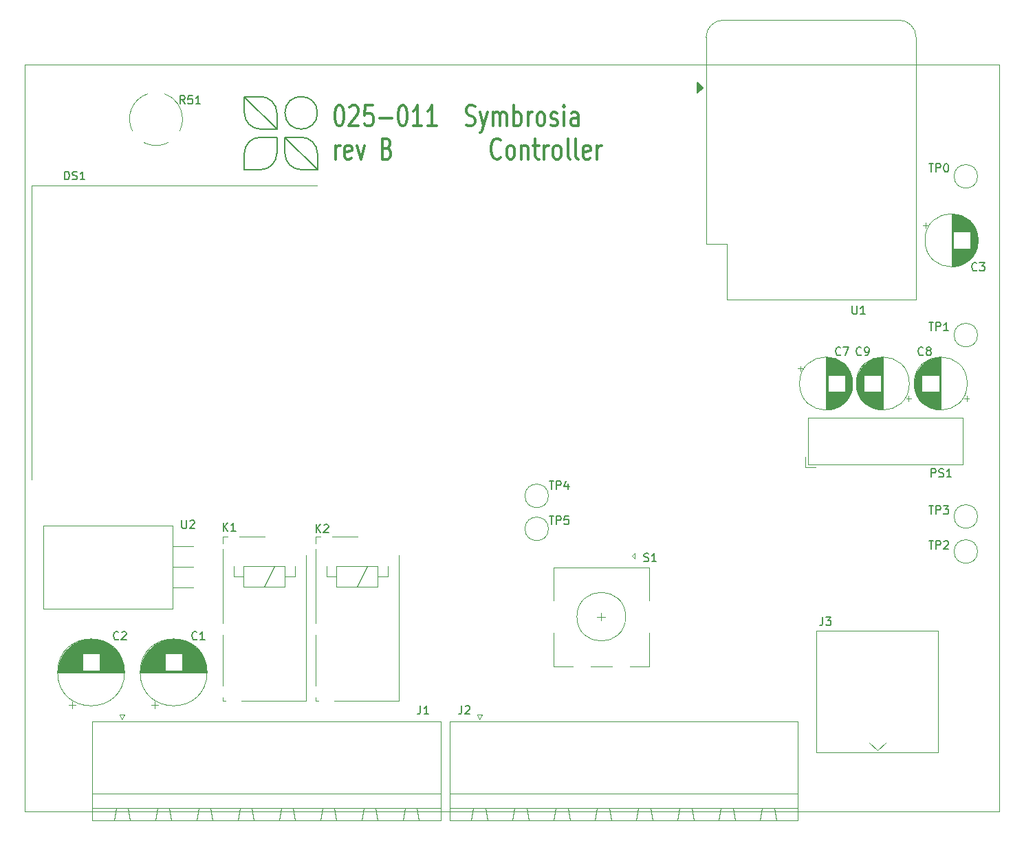
<source format=gbr>
%TF.GenerationSoftware,KiCad,Pcbnew,7.0.7*%
%TF.CreationDate,2024-02-20T18:04:50-10:00*%
%TF.ProjectId,Controller,436f6e74-726f-46c6-9c65-722e6b696361,New*%
%TF.SameCoordinates,Original*%
%TF.FileFunction,Legend,Top*%
%TF.FilePolarity,Positive*%
%FSLAX46Y46*%
G04 Gerber Fmt 4.6, Leading zero omitted, Abs format (unit mm)*
G04 Created by KiCad (PCBNEW 7.0.7) date 2024-02-20 18:04:50*
%MOMM*%
%LPD*%
G01*
G04 APERTURE LIST*
%ADD10C,0.300000*%
%ADD11C,0.150000*%
%ADD12C,0.120000*%
%ADD13C,0.200000*%
%TA.AperFunction,Profile*%
%ADD14C,0.050000*%
%TD*%
G04 APERTURE END LIST*
D10*
X80261796Y-60582752D02*
X80443225Y-60582752D01*
X80443225Y-60582752D02*
X80624653Y-60703704D01*
X80624653Y-60703704D02*
X80715368Y-60824657D01*
X80715368Y-60824657D02*
X80806082Y-61066561D01*
X80806082Y-61066561D02*
X80896796Y-61550371D01*
X80896796Y-61550371D02*
X80896796Y-62155133D01*
X80896796Y-62155133D02*
X80806082Y-62638942D01*
X80806082Y-62638942D02*
X80715368Y-62880847D01*
X80715368Y-62880847D02*
X80624653Y-63001800D01*
X80624653Y-63001800D02*
X80443225Y-63122752D01*
X80443225Y-63122752D02*
X80261796Y-63122752D01*
X80261796Y-63122752D02*
X80080368Y-63001800D01*
X80080368Y-63001800D02*
X79989653Y-62880847D01*
X79989653Y-62880847D02*
X79898939Y-62638942D01*
X79898939Y-62638942D02*
X79808225Y-62155133D01*
X79808225Y-62155133D02*
X79808225Y-61550371D01*
X79808225Y-61550371D02*
X79898939Y-61066561D01*
X79898939Y-61066561D02*
X79989653Y-60824657D01*
X79989653Y-60824657D02*
X80080368Y-60703704D01*
X80080368Y-60703704D02*
X80261796Y-60582752D01*
X81622511Y-60824657D02*
X81713225Y-60703704D01*
X81713225Y-60703704D02*
X81894654Y-60582752D01*
X81894654Y-60582752D02*
X82348225Y-60582752D01*
X82348225Y-60582752D02*
X82529654Y-60703704D01*
X82529654Y-60703704D02*
X82620368Y-60824657D01*
X82620368Y-60824657D02*
X82711082Y-61066561D01*
X82711082Y-61066561D02*
X82711082Y-61308466D01*
X82711082Y-61308466D02*
X82620368Y-61671323D01*
X82620368Y-61671323D02*
X81531796Y-63122752D01*
X81531796Y-63122752D02*
X82711082Y-63122752D01*
X84434654Y-60582752D02*
X83527511Y-60582752D01*
X83527511Y-60582752D02*
X83436797Y-61792276D01*
X83436797Y-61792276D02*
X83527511Y-61671323D01*
X83527511Y-61671323D02*
X83708940Y-61550371D01*
X83708940Y-61550371D02*
X84162511Y-61550371D01*
X84162511Y-61550371D02*
X84343940Y-61671323D01*
X84343940Y-61671323D02*
X84434654Y-61792276D01*
X84434654Y-61792276D02*
X84525368Y-62034180D01*
X84525368Y-62034180D02*
X84525368Y-62638942D01*
X84525368Y-62638942D02*
X84434654Y-62880847D01*
X84434654Y-62880847D02*
X84343940Y-63001800D01*
X84343940Y-63001800D02*
X84162511Y-63122752D01*
X84162511Y-63122752D02*
X83708940Y-63122752D01*
X83708940Y-63122752D02*
X83527511Y-63001800D01*
X83527511Y-63001800D02*
X83436797Y-62880847D01*
X85341797Y-62155133D02*
X86793226Y-62155133D01*
X88063225Y-60582752D02*
X88244654Y-60582752D01*
X88244654Y-60582752D02*
X88426082Y-60703704D01*
X88426082Y-60703704D02*
X88516797Y-60824657D01*
X88516797Y-60824657D02*
X88607511Y-61066561D01*
X88607511Y-61066561D02*
X88698225Y-61550371D01*
X88698225Y-61550371D02*
X88698225Y-62155133D01*
X88698225Y-62155133D02*
X88607511Y-62638942D01*
X88607511Y-62638942D02*
X88516797Y-62880847D01*
X88516797Y-62880847D02*
X88426082Y-63001800D01*
X88426082Y-63001800D02*
X88244654Y-63122752D01*
X88244654Y-63122752D02*
X88063225Y-63122752D01*
X88063225Y-63122752D02*
X87881797Y-63001800D01*
X87881797Y-63001800D02*
X87791082Y-62880847D01*
X87791082Y-62880847D02*
X87700368Y-62638942D01*
X87700368Y-62638942D02*
X87609654Y-62155133D01*
X87609654Y-62155133D02*
X87609654Y-61550371D01*
X87609654Y-61550371D02*
X87700368Y-61066561D01*
X87700368Y-61066561D02*
X87791082Y-60824657D01*
X87791082Y-60824657D02*
X87881797Y-60703704D01*
X87881797Y-60703704D02*
X88063225Y-60582752D01*
X90512511Y-63122752D02*
X89423940Y-63122752D01*
X89968225Y-63122752D02*
X89968225Y-60582752D01*
X89968225Y-60582752D02*
X89786797Y-60945609D01*
X89786797Y-60945609D02*
X89605368Y-61187514D01*
X89605368Y-61187514D02*
X89423940Y-61308466D01*
X92326797Y-63122752D02*
X91238226Y-63122752D01*
X91782511Y-63122752D02*
X91782511Y-60582752D01*
X91782511Y-60582752D02*
X91601083Y-60945609D01*
X91601083Y-60945609D02*
X91419654Y-61187514D01*
X91419654Y-61187514D02*
X91238226Y-61308466D01*
X95955370Y-63001800D02*
X96227513Y-63122752D01*
X96227513Y-63122752D02*
X96681084Y-63122752D01*
X96681084Y-63122752D02*
X96862513Y-63001800D01*
X96862513Y-63001800D02*
X96953227Y-62880847D01*
X96953227Y-62880847D02*
X97043941Y-62638942D01*
X97043941Y-62638942D02*
X97043941Y-62397038D01*
X97043941Y-62397038D02*
X96953227Y-62155133D01*
X96953227Y-62155133D02*
X96862513Y-62034180D01*
X96862513Y-62034180D02*
X96681084Y-61913228D01*
X96681084Y-61913228D02*
X96318227Y-61792276D01*
X96318227Y-61792276D02*
X96136798Y-61671323D01*
X96136798Y-61671323D02*
X96046084Y-61550371D01*
X96046084Y-61550371D02*
X95955370Y-61308466D01*
X95955370Y-61308466D02*
X95955370Y-61066561D01*
X95955370Y-61066561D02*
X96046084Y-60824657D01*
X96046084Y-60824657D02*
X96136798Y-60703704D01*
X96136798Y-60703704D02*
X96318227Y-60582752D01*
X96318227Y-60582752D02*
X96771798Y-60582752D01*
X96771798Y-60582752D02*
X97043941Y-60703704D01*
X97678941Y-61429419D02*
X98132513Y-63122752D01*
X98586084Y-61429419D02*
X98132513Y-63122752D01*
X98132513Y-63122752D02*
X97951084Y-63727514D01*
X97951084Y-63727514D02*
X97860370Y-63848466D01*
X97860370Y-63848466D02*
X97678941Y-63969419D01*
X99311799Y-63122752D02*
X99311799Y-61429419D01*
X99311799Y-61671323D02*
X99402513Y-61550371D01*
X99402513Y-61550371D02*
X99583942Y-61429419D01*
X99583942Y-61429419D02*
X99856085Y-61429419D01*
X99856085Y-61429419D02*
X100037513Y-61550371D01*
X100037513Y-61550371D02*
X100128228Y-61792276D01*
X100128228Y-61792276D02*
X100128228Y-63122752D01*
X100128228Y-61792276D02*
X100218942Y-61550371D01*
X100218942Y-61550371D02*
X100400370Y-61429419D01*
X100400370Y-61429419D02*
X100672513Y-61429419D01*
X100672513Y-61429419D02*
X100853942Y-61550371D01*
X100853942Y-61550371D02*
X100944656Y-61792276D01*
X100944656Y-61792276D02*
X100944656Y-63122752D01*
X101851799Y-63122752D02*
X101851799Y-60582752D01*
X101851799Y-61550371D02*
X102033228Y-61429419D01*
X102033228Y-61429419D02*
X102396085Y-61429419D01*
X102396085Y-61429419D02*
X102577513Y-61550371D01*
X102577513Y-61550371D02*
X102668228Y-61671323D01*
X102668228Y-61671323D02*
X102758942Y-61913228D01*
X102758942Y-61913228D02*
X102758942Y-62638942D01*
X102758942Y-62638942D02*
X102668228Y-62880847D01*
X102668228Y-62880847D02*
X102577513Y-63001800D01*
X102577513Y-63001800D02*
X102396085Y-63122752D01*
X102396085Y-63122752D02*
X102033228Y-63122752D01*
X102033228Y-63122752D02*
X101851799Y-63001800D01*
X103575370Y-63122752D02*
X103575370Y-61429419D01*
X103575370Y-61913228D02*
X103666084Y-61671323D01*
X103666084Y-61671323D02*
X103756799Y-61550371D01*
X103756799Y-61550371D02*
X103938227Y-61429419D01*
X103938227Y-61429419D02*
X104119656Y-61429419D01*
X105026799Y-63122752D02*
X104845370Y-63001800D01*
X104845370Y-63001800D02*
X104754656Y-62880847D01*
X104754656Y-62880847D02*
X104663942Y-62638942D01*
X104663942Y-62638942D02*
X104663942Y-61913228D01*
X104663942Y-61913228D02*
X104754656Y-61671323D01*
X104754656Y-61671323D02*
X104845370Y-61550371D01*
X104845370Y-61550371D02*
X105026799Y-61429419D01*
X105026799Y-61429419D02*
X105298942Y-61429419D01*
X105298942Y-61429419D02*
X105480370Y-61550371D01*
X105480370Y-61550371D02*
X105571085Y-61671323D01*
X105571085Y-61671323D02*
X105661799Y-61913228D01*
X105661799Y-61913228D02*
X105661799Y-62638942D01*
X105661799Y-62638942D02*
X105571085Y-62880847D01*
X105571085Y-62880847D02*
X105480370Y-63001800D01*
X105480370Y-63001800D02*
X105298942Y-63122752D01*
X105298942Y-63122752D02*
X105026799Y-63122752D01*
X106387513Y-63001800D02*
X106568941Y-63122752D01*
X106568941Y-63122752D02*
X106931798Y-63122752D01*
X106931798Y-63122752D02*
X107113227Y-63001800D01*
X107113227Y-63001800D02*
X107203941Y-62759895D01*
X107203941Y-62759895D02*
X107203941Y-62638942D01*
X107203941Y-62638942D02*
X107113227Y-62397038D01*
X107113227Y-62397038D02*
X106931798Y-62276085D01*
X106931798Y-62276085D02*
X106659656Y-62276085D01*
X106659656Y-62276085D02*
X106478227Y-62155133D01*
X106478227Y-62155133D02*
X106387513Y-61913228D01*
X106387513Y-61913228D02*
X106387513Y-61792276D01*
X106387513Y-61792276D02*
X106478227Y-61550371D01*
X106478227Y-61550371D02*
X106659656Y-61429419D01*
X106659656Y-61429419D02*
X106931798Y-61429419D01*
X106931798Y-61429419D02*
X107113227Y-61550371D01*
X108020370Y-63122752D02*
X108020370Y-61429419D01*
X108020370Y-60582752D02*
X107929656Y-60703704D01*
X107929656Y-60703704D02*
X108020370Y-60824657D01*
X108020370Y-60824657D02*
X108111084Y-60703704D01*
X108111084Y-60703704D02*
X108020370Y-60582752D01*
X108020370Y-60582752D02*
X108020370Y-60824657D01*
X109743942Y-63122752D02*
X109743942Y-61792276D01*
X109743942Y-61792276D02*
X109653227Y-61550371D01*
X109653227Y-61550371D02*
X109471799Y-61429419D01*
X109471799Y-61429419D02*
X109108942Y-61429419D01*
X109108942Y-61429419D02*
X108927513Y-61550371D01*
X109743942Y-63001800D02*
X109562513Y-63122752D01*
X109562513Y-63122752D02*
X109108942Y-63122752D01*
X109108942Y-63122752D02*
X108927513Y-63001800D01*
X108927513Y-63001800D02*
X108836799Y-62759895D01*
X108836799Y-62759895D02*
X108836799Y-62517990D01*
X108836799Y-62517990D02*
X108927513Y-62276085D01*
X108927513Y-62276085D02*
X109108942Y-62155133D01*
X109108942Y-62155133D02*
X109562513Y-62155133D01*
X109562513Y-62155133D02*
X109743942Y-62034180D01*
X79898939Y-67212152D02*
X79898939Y-65518819D01*
X79898939Y-66002628D02*
X79989653Y-65760723D01*
X79989653Y-65760723D02*
X80080368Y-65639771D01*
X80080368Y-65639771D02*
X80261796Y-65518819D01*
X80261796Y-65518819D02*
X80443225Y-65518819D01*
X81803939Y-67091200D02*
X81622511Y-67212152D01*
X81622511Y-67212152D02*
X81259654Y-67212152D01*
X81259654Y-67212152D02*
X81078225Y-67091200D01*
X81078225Y-67091200D02*
X80987511Y-66849295D01*
X80987511Y-66849295D02*
X80987511Y-65881676D01*
X80987511Y-65881676D02*
X81078225Y-65639771D01*
X81078225Y-65639771D02*
X81259654Y-65518819D01*
X81259654Y-65518819D02*
X81622511Y-65518819D01*
X81622511Y-65518819D02*
X81803939Y-65639771D01*
X81803939Y-65639771D02*
X81894654Y-65881676D01*
X81894654Y-65881676D02*
X81894654Y-66123580D01*
X81894654Y-66123580D02*
X80987511Y-66365485D01*
X82529653Y-65518819D02*
X82983225Y-67212152D01*
X82983225Y-67212152D02*
X83436796Y-65518819D01*
X86248940Y-65881676D02*
X86521083Y-66002628D01*
X86521083Y-66002628D02*
X86611797Y-66123580D01*
X86611797Y-66123580D02*
X86702511Y-66365485D01*
X86702511Y-66365485D02*
X86702511Y-66728342D01*
X86702511Y-66728342D02*
X86611797Y-66970247D01*
X86611797Y-66970247D02*
X86521083Y-67091200D01*
X86521083Y-67091200D02*
X86339654Y-67212152D01*
X86339654Y-67212152D02*
X85613940Y-67212152D01*
X85613940Y-67212152D02*
X85613940Y-64672152D01*
X85613940Y-64672152D02*
X86248940Y-64672152D01*
X86248940Y-64672152D02*
X86430369Y-64793104D01*
X86430369Y-64793104D02*
X86521083Y-64914057D01*
X86521083Y-64914057D02*
X86611797Y-65155961D01*
X86611797Y-65155961D02*
X86611797Y-65397866D01*
X86611797Y-65397866D02*
X86521083Y-65639771D01*
X86521083Y-65639771D02*
X86430369Y-65760723D01*
X86430369Y-65760723D02*
X86248940Y-65881676D01*
X86248940Y-65881676D02*
X85613940Y-65881676D01*
X100218943Y-66970247D02*
X100128229Y-67091200D01*
X100128229Y-67091200D02*
X99856086Y-67212152D01*
X99856086Y-67212152D02*
X99674658Y-67212152D01*
X99674658Y-67212152D02*
X99402515Y-67091200D01*
X99402515Y-67091200D02*
X99221086Y-66849295D01*
X99221086Y-66849295D02*
X99130372Y-66607390D01*
X99130372Y-66607390D02*
X99039658Y-66123580D01*
X99039658Y-66123580D02*
X99039658Y-65760723D01*
X99039658Y-65760723D02*
X99130372Y-65276914D01*
X99130372Y-65276914D02*
X99221086Y-65035009D01*
X99221086Y-65035009D02*
X99402515Y-64793104D01*
X99402515Y-64793104D02*
X99674658Y-64672152D01*
X99674658Y-64672152D02*
X99856086Y-64672152D01*
X99856086Y-64672152D02*
X100128229Y-64793104D01*
X100128229Y-64793104D02*
X100218943Y-64914057D01*
X101307515Y-67212152D02*
X101126086Y-67091200D01*
X101126086Y-67091200D02*
X101035372Y-66970247D01*
X101035372Y-66970247D02*
X100944658Y-66728342D01*
X100944658Y-66728342D02*
X100944658Y-66002628D01*
X100944658Y-66002628D02*
X101035372Y-65760723D01*
X101035372Y-65760723D02*
X101126086Y-65639771D01*
X101126086Y-65639771D02*
X101307515Y-65518819D01*
X101307515Y-65518819D02*
X101579658Y-65518819D01*
X101579658Y-65518819D02*
X101761086Y-65639771D01*
X101761086Y-65639771D02*
X101851801Y-65760723D01*
X101851801Y-65760723D02*
X101942515Y-66002628D01*
X101942515Y-66002628D02*
X101942515Y-66728342D01*
X101942515Y-66728342D02*
X101851801Y-66970247D01*
X101851801Y-66970247D02*
X101761086Y-67091200D01*
X101761086Y-67091200D02*
X101579658Y-67212152D01*
X101579658Y-67212152D02*
X101307515Y-67212152D01*
X102758943Y-65518819D02*
X102758943Y-67212152D01*
X102758943Y-65760723D02*
X102849657Y-65639771D01*
X102849657Y-65639771D02*
X103031086Y-65518819D01*
X103031086Y-65518819D02*
X103303229Y-65518819D01*
X103303229Y-65518819D02*
X103484657Y-65639771D01*
X103484657Y-65639771D02*
X103575372Y-65881676D01*
X103575372Y-65881676D02*
X103575372Y-67212152D01*
X104210371Y-65518819D02*
X104936085Y-65518819D01*
X104482514Y-64672152D02*
X104482514Y-66849295D01*
X104482514Y-66849295D02*
X104573228Y-67091200D01*
X104573228Y-67091200D02*
X104754657Y-67212152D01*
X104754657Y-67212152D02*
X104936085Y-67212152D01*
X105571085Y-67212152D02*
X105571085Y-65518819D01*
X105571085Y-66002628D02*
X105661799Y-65760723D01*
X105661799Y-65760723D02*
X105752514Y-65639771D01*
X105752514Y-65639771D02*
X105933942Y-65518819D01*
X105933942Y-65518819D02*
X106115371Y-65518819D01*
X107022514Y-67212152D02*
X106841085Y-67091200D01*
X106841085Y-67091200D02*
X106750371Y-66970247D01*
X106750371Y-66970247D02*
X106659657Y-66728342D01*
X106659657Y-66728342D02*
X106659657Y-66002628D01*
X106659657Y-66002628D02*
X106750371Y-65760723D01*
X106750371Y-65760723D02*
X106841085Y-65639771D01*
X106841085Y-65639771D02*
X107022514Y-65518819D01*
X107022514Y-65518819D02*
X107294657Y-65518819D01*
X107294657Y-65518819D02*
X107476085Y-65639771D01*
X107476085Y-65639771D02*
X107566800Y-65760723D01*
X107566800Y-65760723D02*
X107657514Y-66002628D01*
X107657514Y-66002628D02*
X107657514Y-66728342D01*
X107657514Y-66728342D02*
X107566800Y-66970247D01*
X107566800Y-66970247D02*
X107476085Y-67091200D01*
X107476085Y-67091200D02*
X107294657Y-67212152D01*
X107294657Y-67212152D02*
X107022514Y-67212152D01*
X108746085Y-67212152D02*
X108564656Y-67091200D01*
X108564656Y-67091200D02*
X108473942Y-66849295D01*
X108473942Y-66849295D02*
X108473942Y-64672152D01*
X109743942Y-67212152D02*
X109562513Y-67091200D01*
X109562513Y-67091200D02*
X109471799Y-66849295D01*
X109471799Y-66849295D02*
X109471799Y-64672152D01*
X111195370Y-67091200D02*
X111013942Y-67212152D01*
X111013942Y-67212152D02*
X110651085Y-67212152D01*
X110651085Y-67212152D02*
X110469656Y-67091200D01*
X110469656Y-67091200D02*
X110378942Y-66849295D01*
X110378942Y-66849295D02*
X110378942Y-65881676D01*
X110378942Y-65881676D02*
X110469656Y-65639771D01*
X110469656Y-65639771D02*
X110651085Y-65518819D01*
X110651085Y-65518819D02*
X111013942Y-65518819D01*
X111013942Y-65518819D02*
X111195370Y-65639771D01*
X111195370Y-65639771D02*
X111286085Y-65881676D01*
X111286085Y-65881676D02*
X111286085Y-66123580D01*
X111286085Y-66123580D02*
X110378942Y-66365485D01*
X112102513Y-67212152D02*
X112102513Y-65518819D01*
X112102513Y-66002628D02*
X112193227Y-65760723D01*
X112193227Y-65760723D02*
X112283942Y-65639771D01*
X112283942Y-65639771D02*
X112465370Y-65518819D01*
X112465370Y-65518819D02*
X112646799Y-65518819D01*
D11*
X106180095Y-106896819D02*
X106751523Y-106896819D01*
X106465809Y-107896819D02*
X106465809Y-106896819D01*
X107084857Y-107896819D02*
X107084857Y-106896819D01*
X107084857Y-106896819D02*
X107465809Y-106896819D01*
X107465809Y-106896819D02*
X107561047Y-106944438D01*
X107561047Y-106944438D02*
X107608666Y-106992057D01*
X107608666Y-106992057D02*
X107656285Y-107087295D01*
X107656285Y-107087295D02*
X107656285Y-107230152D01*
X107656285Y-107230152D02*
X107608666Y-107325390D01*
X107608666Y-107325390D02*
X107561047Y-107373009D01*
X107561047Y-107373009D02*
X107465809Y-107420628D01*
X107465809Y-107420628D02*
X107084857Y-107420628D01*
X108513428Y-107230152D02*
X108513428Y-107896819D01*
X108275333Y-106849200D02*
X108037238Y-107563485D01*
X108037238Y-107563485D02*
X108656285Y-107563485D01*
X152916095Y-87338819D02*
X153487523Y-87338819D01*
X153201809Y-88338819D02*
X153201809Y-87338819D01*
X153820857Y-88338819D02*
X153820857Y-87338819D01*
X153820857Y-87338819D02*
X154201809Y-87338819D01*
X154201809Y-87338819D02*
X154297047Y-87386438D01*
X154297047Y-87386438D02*
X154344666Y-87434057D01*
X154344666Y-87434057D02*
X154392285Y-87529295D01*
X154392285Y-87529295D02*
X154392285Y-87672152D01*
X154392285Y-87672152D02*
X154344666Y-87767390D01*
X154344666Y-87767390D02*
X154297047Y-87815009D01*
X154297047Y-87815009D02*
X154201809Y-87862628D01*
X154201809Y-87862628D02*
X153820857Y-87862628D01*
X155344666Y-88338819D02*
X154773238Y-88338819D01*
X155058952Y-88338819D02*
X155058952Y-87338819D01*
X155058952Y-87338819D02*
X154963714Y-87481676D01*
X154963714Y-87481676D02*
X154868476Y-87576914D01*
X154868476Y-87576914D02*
X154773238Y-87624533D01*
X152916095Y-109944819D02*
X153487523Y-109944819D01*
X153201809Y-110944819D02*
X153201809Y-109944819D01*
X153820857Y-110944819D02*
X153820857Y-109944819D01*
X153820857Y-109944819D02*
X154201809Y-109944819D01*
X154201809Y-109944819D02*
X154297047Y-109992438D01*
X154297047Y-109992438D02*
X154344666Y-110040057D01*
X154344666Y-110040057D02*
X154392285Y-110135295D01*
X154392285Y-110135295D02*
X154392285Y-110278152D01*
X154392285Y-110278152D02*
X154344666Y-110373390D01*
X154344666Y-110373390D02*
X154297047Y-110421009D01*
X154297047Y-110421009D02*
X154201809Y-110468628D01*
X154201809Y-110468628D02*
X153820857Y-110468628D01*
X154725619Y-109944819D02*
X155344666Y-109944819D01*
X155344666Y-109944819D02*
X155011333Y-110325771D01*
X155011333Y-110325771D02*
X155154190Y-110325771D01*
X155154190Y-110325771D02*
X155249428Y-110373390D01*
X155249428Y-110373390D02*
X155297047Y-110421009D01*
X155297047Y-110421009D02*
X155344666Y-110516247D01*
X155344666Y-110516247D02*
X155344666Y-110754342D01*
X155344666Y-110754342D02*
X155297047Y-110849580D01*
X155297047Y-110849580D02*
X155249428Y-110897200D01*
X155249428Y-110897200D02*
X155154190Y-110944819D01*
X155154190Y-110944819D02*
X154868476Y-110944819D01*
X154868476Y-110944819D02*
X154773238Y-110897200D01*
X154773238Y-110897200D02*
X154725619Y-110849580D01*
X106180095Y-111214819D02*
X106751523Y-111214819D01*
X106465809Y-112214819D02*
X106465809Y-111214819D01*
X107084857Y-112214819D02*
X107084857Y-111214819D01*
X107084857Y-111214819D02*
X107465809Y-111214819D01*
X107465809Y-111214819D02*
X107561047Y-111262438D01*
X107561047Y-111262438D02*
X107608666Y-111310057D01*
X107608666Y-111310057D02*
X107656285Y-111405295D01*
X107656285Y-111405295D02*
X107656285Y-111548152D01*
X107656285Y-111548152D02*
X107608666Y-111643390D01*
X107608666Y-111643390D02*
X107561047Y-111691009D01*
X107561047Y-111691009D02*
X107465809Y-111738628D01*
X107465809Y-111738628D02*
X107084857Y-111738628D01*
X108561047Y-111214819D02*
X108084857Y-111214819D01*
X108084857Y-111214819D02*
X108037238Y-111691009D01*
X108037238Y-111691009D02*
X108084857Y-111643390D01*
X108084857Y-111643390D02*
X108180095Y-111595771D01*
X108180095Y-111595771D02*
X108418190Y-111595771D01*
X108418190Y-111595771D02*
X108513428Y-111643390D01*
X108513428Y-111643390D02*
X108561047Y-111691009D01*
X108561047Y-111691009D02*
X108608666Y-111786247D01*
X108608666Y-111786247D02*
X108608666Y-112024342D01*
X108608666Y-112024342D02*
X108561047Y-112119580D01*
X108561047Y-112119580D02*
X108513428Y-112167200D01*
X108513428Y-112167200D02*
X108418190Y-112214819D01*
X108418190Y-112214819D02*
X108180095Y-112214819D01*
X108180095Y-112214819D02*
X108084857Y-112167200D01*
X108084857Y-112167200D02*
X108037238Y-112119580D01*
X152916095Y-67780819D02*
X153487523Y-67780819D01*
X153201809Y-68780819D02*
X153201809Y-67780819D01*
X153820857Y-68780819D02*
X153820857Y-67780819D01*
X153820857Y-67780819D02*
X154201809Y-67780819D01*
X154201809Y-67780819D02*
X154297047Y-67828438D01*
X154297047Y-67828438D02*
X154344666Y-67876057D01*
X154344666Y-67876057D02*
X154392285Y-67971295D01*
X154392285Y-67971295D02*
X154392285Y-68114152D01*
X154392285Y-68114152D02*
X154344666Y-68209390D01*
X154344666Y-68209390D02*
X154297047Y-68257009D01*
X154297047Y-68257009D02*
X154201809Y-68304628D01*
X154201809Y-68304628D02*
X153820857Y-68304628D01*
X155011333Y-67780819D02*
X155106571Y-67780819D01*
X155106571Y-67780819D02*
X155201809Y-67828438D01*
X155201809Y-67828438D02*
X155249428Y-67876057D01*
X155249428Y-67876057D02*
X155297047Y-67971295D01*
X155297047Y-67971295D02*
X155344666Y-68161771D01*
X155344666Y-68161771D02*
X155344666Y-68399866D01*
X155344666Y-68399866D02*
X155297047Y-68590342D01*
X155297047Y-68590342D02*
X155249428Y-68685580D01*
X155249428Y-68685580D02*
X155201809Y-68733200D01*
X155201809Y-68733200D02*
X155106571Y-68780819D01*
X155106571Y-68780819D02*
X155011333Y-68780819D01*
X155011333Y-68780819D02*
X154916095Y-68733200D01*
X154916095Y-68733200D02*
X154868476Y-68685580D01*
X154868476Y-68685580D02*
X154820857Y-68590342D01*
X154820857Y-68590342D02*
X154773238Y-68399866D01*
X154773238Y-68399866D02*
X154773238Y-68161771D01*
X154773238Y-68161771D02*
X154820857Y-67971295D01*
X154820857Y-67971295D02*
X154868476Y-67876057D01*
X154868476Y-67876057D02*
X154916095Y-67828438D01*
X154916095Y-67828438D02*
X155011333Y-67780819D01*
X66063905Y-113027619D02*
X66063905Y-112027619D01*
X66635333Y-113027619D02*
X66206762Y-112456190D01*
X66635333Y-112027619D02*
X66063905Y-112599047D01*
X67587714Y-113027619D02*
X67016286Y-113027619D01*
X67302000Y-113027619D02*
X67302000Y-112027619D01*
X67302000Y-112027619D02*
X67206762Y-112170476D01*
X67206762Y-112170476D02*
X67111524Y-112265714D01*
X67111524Y-112265714D02*
X67016286Y-112313333D01*
X77493905Y-113230819D02*
X77493905Y-112230819D01*
X78065333Y-113230819D02*
X77636762Y-112659390D01*
X78065333Y-112230819D02*
X77493905Y-112802247D01*
X78446286Y-112326057D02*
X78493905Y-112278438D01*
X78493905Y-112278438D02*
X78589143Y-112230819D01*
X78589143Y-112230819D02*
X78827238Y-112230819D01*
X78827238Y-112230819D02*
X78922476Y-112278438D01*
X78922476Y-112278438D02*
X78970095Y-112326057D01*
X78970095Y-112326057D02*
X79017714Y-112421295D01*
X79017714Y-112421295D02*
X79017714Y-112516533D01*
X79017714Y-112516533D02*
X78970095Y-112659390D01*
X78970095Y-112659390D02*
X78398667Y-113230819D01*
X78398667Y-113230819D02*
X79017714Y-113230819D01*
X60960095Y-111722819D02*
X60960095Y-112532342D01*
X60960095Y-112532342D02*
X61007714Y-112627580D01*
X61007714Y-112627580D02*
X61055333Y-112675200D01*
X61055333Y-112675200D02*
X61150571Y-112722819D01*
X61150571Y-112722819D02*
X61341047Y-112722819D01*
X61341047Y-112722819D02*
X61436285Y-112675200D01*
X61436285Y-112675200D02*
X61483904Y-112627580D01*
X61483904Y-112627580D02*
X61531523Y-112532342D01*
X61531523Y-112532342D02*
X61531523Y-111722819D01*
X61960095Y-111818057D02*
X62007714Y-111770438D01*
X62007714Y-111770438D02*
X62102952Y-111722819D01*
X62102952Y-111722819D02*
X62341047Y-111722819D01*
X62341047Y-111722819D02*
X62436285Y-111770438D01*
X62436285Y-111770438D02*
X62483904Y-111818057D01*
X62483904Y-111818057D02*
X62531523Y-111913295D01*
X62531523Y-111913295D02*
X62531523Y-112008533D01*
X62531523Y-112008533D02*
X62483904Y-112151390D01*
X62483904Y-112151390D02*
X61912476Y-112722819D01*
X61912476Y-112722819D02*
X62531523Y-112722819D01*
X139874666Y-123660819D02*
X139874666Y-124375104D01*
X139874666Y-124375104D02*
X139827047Y-124517961D01*
X139827047Y-124517961D02*
X139731809Y-124613200D01*
X139731809Y-124613200D02*
X139588952Y-124660819D01*
X139588952Y-124660819D02*
X139493714Y-124660819D01*
X140255619Y-123660819D02*
X140874666Y-123660819D01*
X140874666Y-123660819D02*
X140541333Y-124041771D01*
X140541333Y-124041771D02*
X140684190Y-124041771D01*
X140684190Y-124041771D02*
X140779428Y-124089390D01*
X140779428Y-124089390D02*
X140827047Y-124137009D01*
X140827047Y-124137009D02*
X140874666Y-124232247D01*
X140874666Y-124232247D02*
X140874666Y-124470342D01*
X140874666Y-124470342D02*
X140827047Y-124565580D01*
X140827047Y-124565580D02*
X140779428Y-124613200D01*
X140779428Y-124613200D02*
X140684190Y-124660819D01*
X140684190Y-124660819D02*
X140398476Y-124660819D01*
X140398476Y-124660819D02*
X140303238Y-124613200D01*
X140303238Y-124613200D02*
X140255619Y-124565580D01*
X90344666Y-134582819D02*
X90344666Y-135297104D01*
X90344666Y-135297104D02*
X90297047Y-135439961D01*
X90297047Y-135439961D02*
X90201809Y-135535200D01*
X90201809Y-135535200D02*
X90058952Y-135582819D01*
X90058952Y-135582819D02*
X89963714Y-135582819D01*
X91344666Y-135582819D02*
X90773238Y-135582819D01*
X91058952Y-135582819D02*
X91058952Y-134582819D01*
X91058952Y-134582819D02*
X90963714Y-134725676D01*
X90963714Y-134725676D02*
X90868476Y-134820914D01*
X90868476Y-134820914D02*
X90773238Y-134868533D01*
X95424666Y-134582819D02*
X95424666Y-135297104D01*
X95424666Y-135297104D02*
X95377047Y-135439961D01*
X95377047Y-135439961D02*
X95281809Y-135535200D01*
X95281809Y-135535200D02*
X95138952Y-135582819D01*
X95138952Y-135582819D02*
X95043714Y-135582819D01*
X95853238Y-134678057D02*
X95900857Y-134630438D01*
X95900857Y-134630438D02*
X95996095Y-134582819D01*
X95996095Y-134582819D02*
X96234190Y-134582819D01*
X96234190Y-134582819D02*
X96329428Y-134630438D01*
X96329428Y-134630438D02*
X96377047Y-134678057D01*
X96377047Y-134678057D02*
X96424666Y-134773295D01*
X96424666Y-134773295D02*
X96424666Y-134868533D01*
X96424666Y-134868533D02*
X96377047Y-135011390D01*
X96377047Y-135011390D02*
X95805619Y-135582819D01*
X95805619Y-135582819D02*
X96424666Y-135582819D01*
X46537714Y-69744819D02*
X46537714Y-68744819D01*
X46537714Y-68744819D02*
X46775809Y-68744819D01*
X46775809Y-68744819D02*
X46918666Y-68792438D01*
X46918666Y-68792438D02*
X47013904Y-68887676D01*
X47013904Y-68887676D02*
X47061523Y-68982914D01*
X47061523Y-68982914D02*
X47109142Y-69173390D01*
X47109142Y-69173390D02*
X47109142Y-69316247D01*
X47109142Y-69316247D02*
X47061523Y-69506723D01*
X47061523Y-69506723D02*
X47013904Y-69601961D01*
X47013904Y-69601961D02*
X46918666Y-69697200D01*
X46918666Y-69697200D02*
X46775809Y-69744819D01*
X46775809Y-69744819D02*
X46537714Y-69744819D01*
X47490095Y-69697200D02*
X47632952Y-69744819D01*
X47632952Y-69744819D02*
X47871047Y-69744819D01*
X47871047Y-69744819D02*
X47966285Y-69697200D01*
X47966285Y-69697200D02*
X48013904Y-69649580D01*
X48013904Y-69649580D02*
X48061523Y-69554342D01*
X48061523Y-69554342D02*
X48061523Y-69459104D01*
X48061523Y-69459104D02*
X48013904Y-69363866D01*
X48013904Y-69363866D02*
X47966285Y-69316247D01*
X47966285Y-69316247D02*
X47871047Y-69268628D01*
X47871047Y-69268628D02*
X47680571Y-69221009D01*
X47680571Y-69221009D02*
X47585333Y-69173390D01*
X47585333Y-69173390D02*
X47537714Y-69125771D01*
X47537714Y-69125771D02*
X47490095Y-69030533D01*
X47490095Y-69030533D02*
X47490095Y-68935295D01*
X47490095Y-68935295D02*
X47537714Y-68840057D01*
X47537714Y-68840057D02*
X47585333Y-68792438D01*
X47585333Y-68792438D02*
X47680571Y-68744819D01*
X47680571Y-68744819D02*
X47918666Y-68744819D01*
X47918666Y-68744819D02*
X48061523Y-68792438D01*
X49013904Y-69744819D02*
X48442476Y-69744819D01*
X48728190Y-69744819D02*
X48728190Y-68744819D01*
X48728190Y-68744819D02*
X48632952Y-68887676D01*
X48632952Y-68887676D02*
X48537714Y-68982914D01*
X48537714Y-68982914D02*
X48442476Y-69030533D01*
X152233333Y-91291580D02*
X152185714Y-91339200D01*
X152185714Y-91339200D02*
X152042857Y-91386819D01*
X152042857Y-91386819D02*
X151947619Y-91386819D01*
X151947619Y-91386819D02*
X151804762Y-91339200D01*
X151804762Y-91339200D02*
X151709524Y-91243961D01*
X151709524Y-91243961D02*
X151661905Y-91148723D01*
X151661905Y-91148723D02*
X151614286Y-90958247D01*
X151614286Y-90958247D02*
X151614286Y-90815390D01*
X151614286Y-90815390D02*
X151661905Y-90624914D01*
X151661905Y-90624914D02*
X151709524Y-90529676D01*
X151709524Y-90529676D02*
X151804762Y-90434438D01*
X151804762Y-90434438D02*
X151947619Y-90386819D01*
X151947619Y-90386819D02*
X152042857Y-90386819D01*
X152042857Y-90386819D02*
X152185714Y-90434438D01*
X152185714Y-90434438D02*
X152233333Y-90482057D01*
X152804762Y-90815390D02*
X152709524Y-90767771D01*
X152709524Y-90767771D02*
X152661905Y-90720152D01*
X152661905Y-90720152D02*
X152614286Y-90624914D01*
X152614286Y-90624914D02*
X152614286Y-90577295D01*
X152614286Y-90577295D02*
X152661905Y-90482057D01*
X152661905Y-90482057D02*
X152709524Y-90434438D01*
X152709524Y-90434438D02*
X152804762Y-90386819D01*
X152804762Y-90386819D02*
X152995238Y-90386819D01*
X152995238Y-90386819D02*
X153090476Y-90434438D01*
X153090476Y-90434438D02*
X153138095Y-90482057D01*
X153138095Y-90482057D02*
X153185714Y-90577295D01*
X153185714Y-90577295D02*
X153185714Y-90624914D01*
X153185714Y-90624914D02*
X153138095Y-90720152D01*
X153138095Y-90720152D02*
X153090476Y-90767771D01*
X153090476Y-90767771D02*
X152995238Y-90815390D01*
X152995238Y-90815390D02*
X152804762Y-90815390D01*
X152804762Y-90815390D02*
X152709524Y-90863009D01*
X152709524Y-90863009D02*
X152661905Y-90910628D01*
X152661905Y-90910628D02*
X152614286Y-91005866D01*
X152614286Y-91005866D02*
X152614286Y-91196342D01*
X152614286Y-91196342D02*
X152661905Y-91291580D01*
X152661905Y-91291580D02*
X152709524Y-91339200D01*
X152709524Y-91339200D02*
X152804762Y-91386819D01*
X152804762Y-91386819D02*
X152995238Y-91386819D01*
X152995238Y-91386819D02*
X153090476Y-91339200D01*
X153090476Y-91339200D02*
X153138095Y-91291580D01*
X153138095Y-91291580D02*
X153185714Y-91196342D01*
X153185714Y-91196342D02*
X153185714Y-91005866D01*
X153185714Y-91005866D02*
X153138095Y-90910628D01*
X153138095Y-90910628D02*
X153090476Y-90863009D01*
X153090476Y-90863009D02*
X152995238Y-90815390D01*
X53173333Y-126343580D02*
X53125714Y-126391200D01*
X53125714Y-126391200D02*
X52982857Y-126438819D01*
X52982857Y-126438819D02*
X52887619Y-126438819D01*
X52887619Y-126438819D02*
X52744762Y-126391200D01*
X52744762Y-126391200D02*
X52649524Y-126295961D01*
X52649524Y-126295961D02*
X52601905Y-126200723D01*
X52601905Y-126200723D02*
X52554286Y-126010247D01*
X52554286Y-126010247D02*
X52554286Y-125867390D01*
X52554286Y-125867390D02*
X52601905Y-125676914D01*
X52601905Y-125676914D02*
X52649524Y-125581676D01*
X52649524Y-125581676D02*
X52744762Y-125486438D01*
X52744762Y-125486438D02*
X52887619Y-125438819D01*
X52887619Y-125438819D02*
X52982857Y-125438819D01*
X52982857Y-125438819D02*
X53125714Y-125486438D01*
X53125714Y-125486438D02*
X53173333Y-125534057D01*
X53554286Y-125534057D02*
X53601905Y-125486438D01*
X53601905Y-125486438D02*
X53697143Y-125438819D01*
X53697143Y-125438819D02*
X53935238Y-125438819D01*
X53935238Y-125438819D02*
X54030476Y-125486438D01*
X54030476Y-125486438D02*
X54078095Y-125534057D01*
X54078095Y-125534057D02*
X54125714Y-125629295D01*
X54125714Y-125629295D02*
X54125714Y-125724533D01*
X54125714Y-125724533D02*
X54078095Y-125867390D01*
X54078095Y-125867390D02*
X53506667Y-126438819D01*
X53506667Y-126438819D02*
X54125714Y-126438819D01*
X158837333Y-80877580D02*
X158789714Y-80925200D01*
X158789714Y-80925200D02*
X158646857Y-80972819D01*
X158646857Y-80972819D02*
X158551619Y-80972819D01*
X158551619Y-80972819D02*
X158408762Y-80925200D01*
X158408762Y-80925200D02*
X158313524Y-80829961D01*
X158313524Y-80829961D02*
X158265905Y-80734723D01*
X158265905Y-80734723D02*
X158218286Y-80544247D01*
X158218286Y-80544247D02*
X158218286Y-80401390D01*
X158218286Y-80401390D02*
X158265905Y-80210914D01*
X158265905Y-80210914D02*
X158313524Y-80115676D01*
X158313524Y-80115676D02*
X158408762Y-80020438D01*
X158408762Y-80020438D02*
X158551619Y-79972819D01*
X158551619Y-79972819D02*
X158646857Y-79972819D01*
X158646857Y-79972819D02*
X158789714Y-80020438D01*
X158789714Y-80020438D02*
X158837333Y-80068057D01*
X159170667Y-79972819D02*
X159789714Y-79972819D01*
X159789714Y-79972819D02*
X159456381Y-80353771D01*
X159456381Y-80353771D02*
X159599238Y-80353771D01*
X159599238Y-80353771D02*
X159694476Y-80401390D01*
X159694476Y-80401390D02*
X159742095Y-80449009D01*
X159742095Y-80449009D02*
X159789714Y-80544247D01*
X159789714Y-80544247D02*
X159789714Y-80782342D01*
X159789714Y-80782342D02*
X159742095Y-80877580D01*
X159742095Y-80877580D02*
X159694476Y-80925200D01*
X159694476Y-80925200D02*
X159599238Y-80972819D01*
X159599238Y-80972819D02*
X159313524Y-80972819D01*
X159313524Y-80972819D02*
X159218286Y-80925200D01*
X159218286Y-80925200D02*
X159170667Y-80877580D01*
X153217714Y-106372819D02*
X153217714Y-105372819D01*
X153217714Y-105372819D02*
X153598666Y-105372819D01*
X153598666Y-105372819D02*
X153693904Y-105420438D01*
X153693904Y-105420438D02*
X153741523Y-105468057D01*
X153741523Y-105468057D02*
X153789142Y-105563295D01*
X153789142Y-105563295D02*
X153789142Y-105706152D01*
X153789142Y-105706152D02*
X153741523Y-105801390D01*
X153741523Y-105801390D02*
X153693904Y-105849009D01*
X153693904Y-105849009D02*
X153598666Y-105896628D01*
X153598666Y-105896628D02*
X153217714Y-105896628D01*
X154170095Y-106325200D02*
X154312952Y-106372819D01*
X154312952Y-106372819D02*
X154551047Y-106372819D01*
X154551047Y-106372819D02*
X154646285Y-106325200D01*
X154646285Y-106325200D02*
X154693904Y-106277580D01*
X154693904Y-106277580D02*
X154741523Y-106182342D01*
X154741523Y-106182342D02*
X154741523Y-106087104D01*
X154741523Y-106087104D02*
X154693904Y-105991866D01*
X154693904Y-105991866D02*
X154646285Y-105944247D01*
X154646285Y-105944247D02*
X154551047Y-105896628D01*
X154551047Y-105896628D02*
X154360571Y-105849009D01*
X154360571Y-105849009D02*
X154265333Y-105801390D01*
X154265333Y-105801390D02*
X154217714Y-105753771D01*
X154217714Y-105753771D02*
X154170095Y-105658533D01*
X154170095Y-105658533D02*
X154170095Y-105563295D01*
X154170095Y-105563295D02*
X154217714Y-105468057D01*
X154217714Y-105468057D02*
X154265333Y-105420438D01*
X154265333Y-105420438D02*
X154360571Y-105372819D01*
X154360571Y-105372819D02*
X154598666Y-105372819D01*
X154598666Y-105372819D02*
X154741523Y-105420438D01*
X155693904Y-106372819D02*
X155122476Y-106372819D01*
X155408190Y-106372819D02*
X155408190Y-105372819D01*
X155408190Y-105372819D02*
X155312952Y-105515676D01*
X155312952Y-105515676D02*
X155217714Y-105610914D01*
X155217714Y-105610914D02*
X155122476Y-105658533D01*
X142073333Y-91291580D02*
X142025714Y-91339200D01*
X142025714Y-91339200D02*
X141882857Y-91386819D01*
X141882857Y-91386819D02*
X141787619Y-91386819D01*
X141787619Y-91386819D02*
X141644762Y-91339200D01*
X141644762Y-91339200D02*
X141549524Y-91243961D01*
X141549524Y-91243961D02*
X141501905Y-91148723D01*
X141501905Y-91148723D02*
X141454286Y-90958247D01*
X141454286Y-90958247D02*
X141454286Y-90815390D01*
X141454286Y-90815390D02*
X141501905Y-90624914D01*
X141501905Y-90624914D02*
X141549524Y-90529676D01*
X141549524Y-90529676D02*
X141644762Y-90434438D01*
X141644762Y-90434438D02*
X141787619Y-90386819D01*
X141787619Y-90386819D02*
X141882857Y-90386819D01*
X141882857Y-90386819D02*
X142025714Y-90434438D01*
X142025714Y-90434438D02*
X142073333Y-90482057D01*
X142406667Y-90386819D02*
X143073333Y-90386819D01*
X143073333Y-90386819D02*
X142644762Y-91386819D01*
X144613333Y-91291580D02*
X144565714Y-91339200D01*
X144565714Y-91339200D02*
X144422857Y-91386819D01*
X144422857Y-91386819D02*
X144327619Y-91386819D01*
X144327619Y-91386819D02*
X144184762Y-91339200D01*
X144184762Y-91339200D02*
X144089524Y-91243961D01*
X144089524Y-91243961D02*
X144041905Y-91148723D01*
X144041905Y-91148723D02*
X143994286Y-90958247D01*
X143994286Y-90958247D02*
X143994286Y-90815390D01*
X143994286Y-90815390D02*
X144041905Y-90624914D01*
X144041905Y-90624914D02*
X144089524Y-90529676D01*
X144089524Y-90529676D02*
X144184762Y-90434438D01*
X144184762Y-90434438D02*
X144327619Y-90386819D01*
X144327619Y-90386819D02*
X144422857Y-90386819D01*
X144422857Y-90386819D02*
X144565714Y-90434438D01*
X144565714Y-90434438D02*
X144613333Y-90482057D01*
X145089524Y-91386819D02*
X145280000Y-91386819D01*
X145280000Y-91386819D02*
X145375238Y-91339200D01*
X145375238Y-91339200D02*
X145422857Y-91291580D01*
X145422857Y-91291580D02*
X145518095Y-91148723D01*
X145518095Y-91148723D02*
X145565714Y-90958247D01*
X145565714Y-90958247D02*
X145565714Y-90577295D01*
X145565714Y-90577295D02*
X145518095Y-90482057D01*
X145518095Y-90482057D02*
X145470476Y-90434438D01*
X145470476Y-90434438D02*
X145375238Y-90386819D01*
X145375238Y-90386819D02*
X145184762Y-90386819D01*
X145184762Y-90386819D02*
X145089524Y-90434438D01*
X145089524Y-90434438D02*
X145041905Y-90482057D01*
X145041905Y-90482057D02*
X144994286Y-90577295D01*
X144994286Y-90577295D02*
X144994286Y-90815390D01*
X144994286Y-90815390D02*
X145041905Y-90910628D01*
X145041905Y-90910628D02*
X145089524Y-90958247D01*
X145089524Y-90958247D02*
X145184762Y-91005866D01*
X145184762Y-91005866D02*
X145375238Y-91005866D01*
X145375238Y-91005866D02*
X145470476Y-90958247D01*
X145470476Y-90958247D02*
X145518095Y-90910628D01*
X145518095Y-90910628D02*
X145565714Y-90815390D01*
X62825333Y-126343580D02*
X62777714Y-126391200D01*
X62777714Y-126391200D02*
X62634857Y-126438819D01*
X62634857Y-126438819D02*
X62539619Y-126438819D01*
X62539619Y-126438819D02*
X62396762Y-126391200D01*
X62396762Y-126391200D02*
X62301524Y-126295961D01*
X62301524Y-126295961D02*
X62253905Y-126200723D01*
X62253905Y-126200723D02*
X62206286Y-126010247D01*
X62206286Y-126010247D02*
X62206286Y-125867390D01*
X62206286Y-125867390D02*
X62253905Y-125676914D01*
X62253905Y-125676914D02*
X62301524Y-125581676D01*
X62301524Y-125581676D02*
X62396762Y-125486438D01*
X62396762Y-125486438D02*
X62539619Y-125438819D01*
X62539619Y-125438819D02*
X62634857Y-125438819D01*
X62634857Y-125438819D02*
X62777714Y-125486438D01*
X62777714Y-125486438D02*
X62825333Y-125534057D01*
X63777714Y-126438819D02*
X63206286Y-126438819D01*
X63492000Y-126438819D02*
X63492000Y-125438819D01*
X63492000Y-125438819D02*
X63396762Y-125581676D01*
X63396762Y-125581676D02*
X63301524Y-125676914D01*
X63301524Y-125676914D02*
X63206286Y-125724533D01*
X152916095Y-114262819D02*
X153487523Y-114262819D01*
X153201809Y-115262819D02*
X153201809Y-114262819D01*
X153820857Y-115262819D02*
X153820857Y-114262819D01*
X153820857Y-114262819D02*
X154201809Y-114262819D01*
X154201809Y-114262819D02*
X154297047Y-114310438D01*
X154297047Y-114310438D02*
X154344666Y-114358057D01*
X154344666Y-114358057D02*
X154392285Y-114453295D01*
X154392285Y-114453295D02*
X154392285Y-114596152D01*
X154392285Y-114596152D02*
X154344666Y-114691390D01*
X154344666Y-114691390D02*
X154297047Y-114739009D01*
X154297047Y-114739009D02*
X154201809Y-114786628D01*
X154201809Y-114786628D02*
X153820857Y-114786628D01*
X154773238Y-114358057D02*
X154820857Y-114310438D01*
X154820857Y-114310438D02*
X154916095Y-114262819D01*
X154916095Y-114262819D02*
X155154190Y-114262819D01*
X155154190Y-114262819D02*
X155249428Y-114310438D01*
X155249428Y-114310438D02*
X155297047Y-114358057D01*
X155297047Y-114358057D02*
X155344666Y-114453295D01*
X155344666Y-114453295D02*
X155344666Y-114548533D01*
X155344666Y-114548533D02*
X155297047Y-114691390D01*
X155297047Y-114691390D02*
X154725619Y-115262819D01*
X154725619Y-115262819D02*
X155344666Y-115262819D01*
X143510095Y-85306819D02*
X143510095Y-86116342D01*
X143510095Y-86116342D02*
X143557714Y-86211580D01*
X143557714Y-86211580D02*
X143605333Y-86259200D01*
X143605333Y-86259200D02*
X143700571Y-86306819D01*
X143700571Y-86306819D02*
X143891047Y-86306819D01*
X143891047Y-86306819D02*
X143986285Y-86259200D01*
X143986285Y-86259200D02*
X144033904Y-86211580D01*
X144033904Y-86211580D02*
X144081523Y-86116342D01*
X144081523Y-86116342D02*
X144081523Y-85306819D01*
X145081523Y-86306819D02*
X144510095Y-86306819D01*
X144795809Y-86306819D02*
X144795809Y-85306819D01*
X144795809Y-85306819D02*
X144700571Y-85449676D01*
X144700571Y-85449676D02*
X144605333Y-85544914D01*
X144605333Y-85544914D02*
X144510095Y-85592533D01*
X117856095Y-116739200D02*
X117998952Y-116786819D01*
X117998952Y-116786819D02*
X118237047Y-116786819D01*
X118237047Y-116786819D02*
X118332285Y-116739200D01*
X118332285Y-116739200D02*
X118379904Y-116691580D01*
X118379904Y-116691580D02*
X118427523Y-116596342D01*
X118427523Y-116596342D02*
X118427523Y-116501104D01*
X118427523Y-116501104D02*
X118379904Y-116405866D01*
X118379904Y-116405866D02*
X118332285Y-116358247D01*
X118332285Y-116358247D02*
X118237047Y-116310628D01*
X118237047Y-116310628D02*
X118046571Y-116263009D01*
X118046571Y-116263009D02*
X117951333Y-116215390D01*
X117951333Y-116215390D02*
X117903714Y-116167771D01*
X117903714Y-116167771D02*
X117856095Y-116072533D01*
X117856095Y-116072533D02*
X117856095Y-115977295D01*
X117856095Y-115977295D02*
X117903714Y-115882057D01*
X117903714Y-115882057D02*
X117951333Y-115834438D01*
X117951333Y-115834438D02*
X118046571Y-115786819D01*
X118046571Y-115786819D02*
X118284666Y-115786819D01*
X118284666Y-115786819D02*
X118427523Y-115834438D01*
X119379904Y-116786819D02*
X118808476Y-116786819D01*
X119094190Y-116786819D02*
X119094190Y-115786819D01*
X119094190Y-115786819D02*
X118998952Y-115929676D01*
X118998952Y-115929676D02*
X118903714Y-116024914D01*
X118903714Y-116024914D02*
X118808476Y-116072533D01*
X61333142Y-60398819D02*
X60999809Y-59922628D01*
X60761714Y-60398819D02*
X60761714Y-59398819D01*
X60761714Y-59398819D02*
X61142666Y-59398819D01*
X61142666Y-59398819D02*
X61237904Y-59446438D01*
X61237904Y-59446438D02*
X61285523Y-59494057D01*
X61285523Y-59494057D02*
X61333142Y-59589295D01*
X61333142Y-59589295D02*
X61333142Y-59732152D01*
X61333142Y-59732152D02*
X61285523Y-59827390D01*
X61285523Y-59827390D02*
X61237904Y-59875009D01*
X61237904Y-59875009D02*
X61142666Y-59922628D01*
X61142666Y-59922628D02*
X60761714Y-59922628D01*
X62237904Y-59398819D02*
X61761714Y-59398819D01*
X61761714Y-59398819D02*
X61714095Y-59875009D01*
X61714095Y-59875009D02*
X61761714Y-59827390D01*
X61761714Y-59827390D02*
X61856952Y-59779771D01*
X61856952Y-59779771D02*
X62095047Y-59779771D01*
X62095047Y-59779771D02*
X62190285Y-59827390D01*
X62190285Y-59827390D02*
X62237904Y-59875009D01*
X62237904Y-59875009D02*
X62285523Y-59970247D01*
X62285523Y-59970247D02*
X62285523Y-60208342D01*
X62285523Y-60208342D02*
X62237904Y-60303580D01*
X62237904Y-60303580D02*
X62190285Y-60351200D01*
X62190285Y-60351200D02*
X62095047Y-60398819D01*
X62095047Y-60398819D02*
X61856952Y-60398819D01*
X61856952Y-60398819D02*
X61761714Y-60351200D01*
X61761714Y-60351200D02*
X61714095Y-60303580D01*
X63237904Y-60398819D02*
X62666476Y-60398819D01*
X62952190Y-60398819D02*
X62952190Y-59398819D01*
X62952190Y-59398819D02*
X62856952Y-59541676D01*
X62856952Y-59541676D02*
X62761714Y-59636914D01*
X62761714Y-59636914D02*
X62666476Y-59684533D01*
D12*
%TO.C,TP4*%
X106098000Y-108712000D02*
G75*
G03*
X106098000Y-108712000I-1450000J0D01*
G01*
%TO.C,TP1*%
X158930000Y-88900000D02*
G75*
G03*
X158930000Y-88900000I-1450000J0D01*
G01*
%TO.C,TP3*%
X158930000Y-111252000D02*
G75*
G03*
X158930000Y-111252000I-1450000J0D01*
G01*
%TO.C,TP5*%
X106098000Y-112776000D02*
G75*
G03*
X106098000Y-112776000I-1450000J0D01*
G01*
%TO.C,TP0*%
X158930000Y-69342000D02*
G75*
G03*
X158930000Y-69342000I-1450000J0D01*
G01*
%TO.C,K1*%
X71130000Y-113765000D02*
X68030000Y-113765000D01*
X66640000Y-113765000D02*
X66010000Y-113765000D01*
X66010000Y-114605000D02*
X66010000Y-113765000D01*
X74930000Y-117375000D02*
X74930000Y-118645000D01*
X73660000Y-117375000D02*
X73660000Y-118645000D01*
X72390000Y-117375000D02*
X71120000Y-119915000D01*
X68580000Y-117375000D02*
X73660000Y-117375000D01*
X74930000Y-118645000D02*
X73660000Y-118645000D01*
X73660000Y-118645000D02*
X73660000Y-119915000D01*
X68580000Y-118645000D02*
X67330000Y-118645000D01*
X67330000Y-118645000D02*
X67330000Y-117375000D01*
X73660000Y-119915000D02*
X68580000Y-119915000D01*
X68580000Y-119915000D02*
X68580000Y-117375000D01*
X66010000Y-124395000D02*
X66010000Y-115264995D01*
X66010000Y-132095000D02*
X66010000Y-125865000D01*
X76250000Y-134005000D02*
X76250000Y-116044998D01*
X76250000Y-134005000D02*
X68290000Y-134005000D01*
X66010000Y-134005000D02*
X66010000Y-133565000D01*
X66010000Y-134005000D02*
X66380000Y-134005000D01*
%TO.C,K2*%
X82560000Y-113765000D02*
X79460000Y-113765000D01*
X78070000Y-113765000D02*
X77440000Y-113765000D01*
X77440000Y-114605000D02*
X77440000Y-113765000D01*
X86360000Y-117375000D02*
X86360000Y-118645000D01*
X85090000Y-117375000D02*
X85090000Y-118645000D01*
X83820000Y-117375000D02*
X82550000Y-119915000D01*
X80010000Y-117375000D02*
X85090000Y-117375000D01*
X86360000Y-118645000D02*
X85090000Y-118645000D01*
X85090000Y-118645000D02*
X85090000Y-119915000D01*
X80010000Y-118645000D02*
X78760000Y-118645000D01*
X78760000Y-118645000D02*
X78760000Y-117375000D01*
X85090000Y-119915000D02*
X80010000Y-119915000D01*
X80010000Y-119915000D02*
X80010000Y-117375000D01*
X77440000Y-124395000D02*
X77440000Y-115264995D01*
X77440000Y-132095000D02*
X77440000Y-125865000D01*
X87680000Y-134005000D02*
X87680000Y-116044998D01*
X87680000Y-134005000D02*
X79720000Y-134005000D01*
X77440000Y-134005000D02*
X77440000Y-133565000D01*
X77440000Y-134005000D02*
X77810000Y-134005000D01*
%TO.C,U2*%
X43920000Y-122595000D02*
X59810000Y-122595000D01*
X43920000Y-122595000D02*
X43920000Y-112355000D01*
X59810000Y-122595000D02*
X59810000Y-112355000D01*
X59810000Y-120015000D02*
X62350000Y-120015000D01*
X59810000Y-117475000D02*
X62350000Y-117475000D01*
X59810000Y-114935000D02*
X62350000Y-114935000D01*
X43920000Y-112355000D02*
X59810000Y-112355000D01*
%TO.C,J3*%
X154100000Y-140300000D02*
X139100000Y-140300000D01*
X154100000Y-125300000D02*
X154100000Y-140300000D01*
X146600000Y-140100000D02*
X147600000Y-139100000D01*
X146600000Y-140100000D02*
X145600000Y-139100000D01*
X139100000Y-140300000D02*
X139100000Y-125300000D01*
X139100000Y-125300000D02*
X154100000Y-125300000D01*
%TO.C,J1*%
X49950000Y-136490000D02*
X49950000Y-148710000D01*
X49950000Y-145410000D02*
X92810000Y-145410000D01*
X49950000Y-147210000D02*
X49950000Y-145410000D01*
X49950000Y-148710000D02*
X92810000Y-148710000D01*
X52600000Y-148710000D02*
X54600000Y-148710000D01*
X52850000Y-147210000D02*
X52600000Y-148710000D01*
X53300000Y-135690000D02*
X53900000Y-135690000D01*
X53600000Y-136290000D02*
X53300000Y-135690000D01*
X53900000Y-135690000D02*
X53600000Y-136290000D01*
X54350000Y-147210000D02*
X52850000Y-147210000D01*
X54600000Y-148710000D02*
X54350000Y-147210000D01*
X57680000Y-148710000D02*
X59680000Y-148710000D01*
X57930000Y-147210000D02*
X57680000Y-148710000D01*
X59430000Y-147210000D02*
X57930000Y-147210000D01*
X59680000Y-148710000D02*
X59430000Y-147210000D01*
X62760000Y-148710000D02*
X64760000Y-148710000D01*
X63010000Y-147210000D02*
X62760000Y-148710000D01*
X64510000Y-147210000D02*
X63010000Y-147210000D01*
X64760000Y-148710000D02*
X64510000Y-147210000D01*
X67840000Y-148710000D02*
X69840000Y-148710000D01*
X68090000Y-147210000D02*
X67840000Y-148710000D01*
X69590000Y-147210000D02*
X68090000Y-147210000D01*
X69840000Y-148710000D02*
X69590000Y-147210000D01*
X72920000Y-148710000D02*
X74920000Y-148710000D01*
X73170000Y-147210000D02*
X72920000Y-148710000D01*
X74670000Y-147210000D02*
X73170000Y-147210000D01*
X74920000Y-148710000D02*
X74670000Y-147210000D01*
X78000000Y-148710000D02*
X80000000Y-148710000D01*
X78250000Y-147210000D02*
X78000000Y-148710000D01*
X79750000Y-147210000D02*
X78250000Y-147210000D01*
X80000000Y-148710000D02*
X79750000Y-147210000D01*
X83080000Y-148710000D02*
X85080000Y-148710000D01*
X83330000Y-147210000D02*
X83080000Y-148710000D01*
X84830000Y-147210000D02*
X83330000Y-147210000D01*
X85080000Y-148710000D02*
X84830000Y-147210000D01*
X88160000Y-148710000D02*
X90160000Y-148710000D01*
X88410000Y-147210000D02*
X88160000Y-148710000D01*
X89910000Y-147210000D02*
X88410000Y-147210000D01*
X90160000Y-148710000D02*
X89910000Y-147210000D01*
X92810000Y-136490000D02*
X49950000Y-136490000D01*
X92810000Y-145410000D02*
X92810000Y-147210000D01*
X92810000Y-147210000D02*
X49950000Y-147210000D01*
X92810000Y-148710000D02*
X92810000Y-136490000D01*
%TO.C,J2*%
X93950000Y-136490000D02*
X93950000Y-148710000D01*
X93950000Y-145410000D02*
X136810000Y-145410000D01*
X93950000Y-147210000D02*
X93950000Y-145410000D01*
X93950000Y-148710000D02*
X136810000Y-148710000D01*
X96600000Y-148710000D02*
X98600000Y-148710000D01*
X96850000Y-147210000D02*
X96600000Y-148710000D01*
X97300000Y-135690000D02*
X97900000Y-135690000D01*
X97600000Y-136290000D02*
X97300000Y-135690000D01*
X97900000Y-135690000D02*
X97600000Y-136290000D01*
X98350000Y-147210000D02*
X96850000Y-147210000D01*
X98600000Y-148710000D02*
X98350000Y-147210000D01*
X101680000Y-148710000D02*
X103680000Y-148710000D01*
X101930000Y-147210000D02*
X101680000Y-148710000D01*
X103430000Y-147210000D02*
X101930000Y-147210000D01*
X103680000Y-148710000D02*
X103430000Y-147210000D01*
X106760000Y-148710000D02*
X108760000Y-148710000D01*
X107010000Y-147210000D02*
X106760000Y-148710000D01*
X108510000Y-147210000D02*
X107010000Y-147210000D01*
X108760000Y-148710000D02*
X108510000Y-147210000D01*
X111840000Y-148710000D02*
X113840000Y-148710000D01*
X112090000Y-147210000D02*
X111840000Y-148710000D01*
X113590000Y-147210000D02*
X112090000Y-147210000D01*
X113840000Y-148710000D02*
X113590000Y-147210000D01*
X116920000Y-148710000D02*
X118920000Y-148710000D01*
X117170000Y-147210000D02*
X116920000Y-148710000D01*
X118670000Y-147210000D02*
X117170000Y-147210000D01*
X118920000Y-148710000D02*
X118670000Y-147210000D01*
X122000000Y-148710000D02*
X124000000Y-148710000D01*
X122250000Y-147210000D02*
X122000000Y-148710000D01*
X123750000Y-147210000D02*
X122250000Y-147210000D01*
X124000000Y-148710000D02*
X123750000Y-147210000D01*
X127080000Y-148710000D02*
X129080000Y-148710000D01*
X127330000Y-147210000D02*
X127080000Y-148710000D01*
X128830000Y-147210000D02*
X127330000Y-147210000D01*
X129080000Y-148710000D02*
X128830000Y-147210000D01*
X132160000Y-148710000D02*
X134160000Y-148710000D01*
X132410000Y-147210000D02*
X132160000Y-148710000D01*
X133910000Y-147210000D02*
X132410000Y-147210000D01*
X134160000Y-148710000D02*
X133910000Y-147210000D01*
X136810000Y-136490000D02*
X93950000Y-136490000D01*
X136810000Y-145410000D02*
X136810000Y-147210000D01*
X136810000Y-147210000D02*
X93950000Y-147210000D01*
X136810000Y-148710000D02*
X136810000Y-136490000D01*
%TO.C,DS1*%
X42460000Y-70460000D02*
X42460000Y-106740000D01*
X42470000Y-70460000D02*
X77600000Y-70460000D01*
%TO.C,C8*%
X157887354Y-96706000D02*
X157257354Y-96706000D01*
X157572354Y-97021000D02*
X157572354Y-96391000D01*
X154387113Y-98097000D02*
X154387113Y-91637000D01*
X154347113Y-98097000D02*
X154347113Y-91637000D01*
X154307113Y-98097000D02*
X154307113Y-91637000D01*
X154267113Y-98095000D02*
X154267113Y-91639000D01*
X154227113Y-98094000D02*
X154227113Y-91640000D01*
X154187113Y-98091000D02*
X154187113Y-91643000D01*
X154147113Y-98089000D02*
X154147113Y-95907000D01*
X154147113Y-93827000D02*
X154147113Y-91645000D01*
X154107113Y-98085000D02*
X154107113Y-95907000D01*
X154107113Y-93827000D02*
X154107113Y-91649000D01*
X154067113Y-98082000D02*
X154067113Y-95907000D01*
X154067113Y-93827000D02*
X154067113Y-91652000D01*
X154027113Y-98078000D02*
X154027113Y-95907000D01*
X154027113Y-93827000D02*
X154027113Y-91656000D01*
X153987113Y-98073000D02*
X153987113Y-95907000D01*
X153987113Y-93827000D02*
X153987113Y-91661000D01*
X153947113Y-98068000D02*
X153947113Y-95907000D01*
X153947113Y-93827000D02*
X153947113Y-91666000D01*
X153907113Y-98062000D02*
X153907113Y-95907000D01*
X153907113Y-93827000D02*
X153907113Y-91672000D01*
X153867113Y-98056000D02*
X153867113Y-95907000D01*
X153867113Y-93827000D02*
X153867113Y-91678000D01*
X153827113Y-98049000D02*
X153827113Y-95907000D01*
X153827113Y-93827000D02*
X153827113Y-91685000D01*
X153787113Y-98042000D02*
X153787113Y-95907000D01*
X153787113Y-93827000D02*
X153787113Y-91692000D01*
X153747113Y-98034000D02*
X153747113Y-95907000D01*
X153747113Y-93827000D02*
X153747113Y-91700000D01*
X153707113Y-98026000D02*
X153707113Y-95907000D01*
X153707113Y-93827000D02*
X153707113Y-91708000D01*
X153666113Y-98017000D02*
X153666113Y-95907000D01*
X153666113Y-93827000D02*
X153666113Y-91717000D01*
X153626113Y-98008000D02*
X153626113Y-95907000D01*
X153626113Y-93827000D02*
X153626113Y-91726000D01*
X153586113Y-97998000D02*
X153586113Y-95907000D01*
X153586113Y-93827000D02*
X153586113Y-91736000D01*
X153546113Y-97988000D02*
X153546113Y-95907000D01*
X153546113Y-93827000D02*
X153546113Y-91746000D01*
X153506113Y-97977000D02*
X153506113Y-95907000D01*
X153506113Y-93827000D02*
X153506113Y-91757000D01*
X153466113Y-97965000D02*
X153466113Y-95907000D01*
X153466113Y-93827000D02*
X153466113Y-91769000D01*
X153426113Y-97953000D02*
X153426113Y-95907000D01*
X153426113Y-93827000D02*
X153426113Y-91781000D01*
X153386113Y-97941000D02*
X153386113Y-95907000D01*
X153386113Y-93827000D02*
X153386113Y-91793000D01*
X153346113Y-97928000D02*
X153346113Y-95907000D01*
X153346113Y-93827000D02*
X153346113Y-91806000D01*
X153306113Y-97914000D02*
X153306113Y-95907000D01*
X153306113Y-93827000D02*
X153306113Y-91820000D01*
X153266113Y-97900000D02*
X153266113Y-95907000D01*
X153266113Y-93827000D02*
X153266113Y-91834000D01*
X153226113Y-97885000D02*
X153226113Y-95907000D01*
X153226113Y-93827000D02*
X153226113Y-91849000D01*
X153186113Y-97869000D02*
X153186113Y-95907000D01*
X153186113Y-93827000D02*
X153186113Y-91865000D01*
X153146113Y-97853000D02*
X153146113Y-95907000D01*
X153146113Y-93827000D02*
X153146113Y-91881000D01*
X153106113Y-97837000D02*
X153106113Y-95907000D01*
X153106113Y-93827000D02*
X153106113Y-91897000D01*
X153066113Y-97819000D02*
X153066113Y-95907000D01*
X153066113Y-93827000D02*
X153066113Y-91915000D01*
X153026113Y-97801000D02*
X153026113Y-95907000D01*
X153026113Y-93827000D02*
X153026113Y-91933000D01*
X152986113Y-97783000D02*
X152986113Y-95907000D01*
X152986113Y-93827000D02*
X152986113Y-91951000D01*
X152946113Y-97763000D02*
X152946113Y-95907000D01*
X152946113Y-93827000D02*
X152946113Y-91971000D01*
X152906113Y-97743000D02*
X152906113Y-95907000D01*
X152906113Y-93827000D02*
X152906113Y-91991000D01*
X152866113Y-97723000D02*
X152866113Y-95907000D01*
X152866113Y-93827000D02*
X152866113Y-92011000D01*
X152826113Y-97701000D02*
X152826113Y-95907000D01*
X152826113Y-93827000D02*
X152826113Y-92033000D01*
X152786113Y-97679000D02*
X152786113Y-95907000D01*
X152786113Y-93827000D02*
X152786113Y-92055000D01*
X152746113Y-97657000D02*
X152746113Y-95907000D01*
X152746113Y-93827000D02*
X152746113Y-92077000D01*
X152706113Y-97633000D02*
X152706113Y-95907000D01*
X152706113Y-93827000D02*
X152706113Y-92101000D01*
X152666113Y-97609000D02*
X152666113Y-95907000D01*
X152666113Y-93827000D02*
X152666113Y-92125000D01*
X152626113Y-97583000D02*
X152626113Y-95907000D01*
X152626113Y-93827000D02*
X152626113Y-92151000D01*
X152586113Y-97557000D02*
X152586113Y-95907000D01*
X152586113Y-93827000D02*
X152586113Y-92177000D01*
X152546113Y-97531000D02*
X152546113Y-95907000D01*
X152546113Y-93827000D02*
X152546113Y-92203000D01*
X152506113Y-97503000D02*
X152506113Y-95907000D01*
X152506113Y-93827000D02*
X152506113Y-92231000D01*
X152466113Y-97474000D02*
X152466113Y-95907000D01*
X152466113Y-93827000D02*
X152466113Y-92260000D01*
X152426113Y-97445000D02*
X152426113Y-95907000D01*
X152426113Y-93827000D02*
X152426113Y-92289000D01*
X152386113Y-97415000D02*
X152386113Y-95907000D01*
X152386113Y-93827000D02*
X152386113Y-92319000D01*
X152346113Y-97383000D02*
X152346113Y-95907000D01*
X152346113Y-93827000D02*
X152346113Y-92351000D01*
X152306113Y-97351000D02*
X152306113Y-95907000D01*
X152306113Y-93827000D02*
X152306113Y-92383000D01*
X152266113Y-97317000D02*
X152266113Y-95907000D01*
X152266113Y-93827000D02*
X152266113Y-92417000D01*
X152226113Y-97283000D02*
X152226113Y-95907000D01*
X152226113Y-93827000D02*
X152226113Y-92451000D01*
X152186113Y-97247000D02*
X152186113Y-95907000D01*
X152186113Y-93827000D02*
X152186113Y-92487000D01*
X152146113Y-97210000D02*
X152146113Y-95907000D01*
X152146113Y-93827000D02*
X152146113Y-92524000D01*
X152106113Y-97172000D02*
X152106113Y-95907000D01*
X152106113Y-93827000D02*
X152106113Y-92562000D01*
X152066113Y-97132000D02*
X152066113Y-92602000D01*
X152026113Y-97091000D02*
X152026113Y-92643000D01*
X151986113Y-97049000D02*
X151986113Y-92685000D01*
X151946113Y-97004000D02*
X151946113Y-92730000D01*
X151906113Y-96959000D02*
X151906113Y-92775000D01*
X151866113Y-96911000D02*
X151866113Y-92823000D01*
X151826113Y-96862000D02*
X151826113Y-92872000D01*
X151786113Y-96811000D02*
X151786113Y-92923000D01*
X151746113Y-96757000D02*
X151746113Y-92977000D01*
X151706113Y-96701000D02*
X151706113Y-93033000D01*
X151666113Y-96643000D02*
X151666113Y-93091000D01*
X151626113Y-96581000D02*
X151626113Y-93153000D01*
X151586113Y-96517000D02*
X151586113Y-93217000D01*
X151546113Y-96448000D02*
X151546113Y-93286000D01*
X151506113Y-96376000D02*
X151506113Y-93358000D01*
X151466113Y-96299000D02*
X151466113Y-93435000D01*
X151426113Y-96217000D02*
X151426113Y-93517000D01*
X151386113Y-96129000D02*
X151386113Y-93605000D01*
X151346113Y-96032000D02*
X151346113Y-93702000D01*
X151306113Y-95926000D02*
X151306113Y-93808000D01*
X151266113Y-95807000D02*
X151266113Y-93927000D01*
X151226113Y-95669000D02*
X151226113Y-94065000D01*
X151186113Y-95500000D02*
X151186113Y-94234000D01*
X151146113Y-95269000D02*
X151146113Y-94465000D01*
X157657113Y-94867000D02*
G75*
G03*
X157657113Y-94867000I-3270000J0D01*
G01*
%TO.C,C2*%
X47469000Y-134868349D02*
X47469000Y-134068349D01*
X47069000Y-134468349D02*
X47869000Y-134468349D01*
X45704000Y-130458651D02*
X53864000Y-130458651D01*
X45704000Y-130418651D02*
X53864000Y-130418651D01*
X45704000Y-130378651D02*
X53864000Y-130378651D01*
X45705000Y-130338651D02*
X53863000Y-130338651D01*
X45707000Y-130298651D02*
X53861000Y-130298651D01*
X45708000Y-130258651D02*
X53860000Y-130258651D01*
X45710000Y-130218651D02*
X48744000Y-130218651D01*
X50824000Y-130218651D02*
X53858000Y-130218651D01*
X45713000Y-130178651D02*
X48744000Y-130178651D01*
X50824000Y-130178651D02*
X53855000Y-130178651D01*
X45716000Y-130138651D02*
X48744000Y-130138651D01*
X50824000Y-130138651D02*
X53852000Y-130138651D01*
X45719000Y-130098651D02*
X48744000Y-130098651D01*
X50824000Y-130098651D02*
X53849000Y-130098651D01*
X45723000Y-130058651D02*
X48744000Y-130058651D01*
X50824000Y-130058651D02*
X53845000Y-130058651D01*
X45727000Y-130018651D02*
X48744000Y-130018651D01*
X50824000Y-130018651D02*
X53841000Y-130018651D01*
X45732000Y-129978651D02*
X48744000Y-129978651D01*
X50824000Y-129978651D02*
X53836000Y-129978651D01*
X45736000Y-129938651D02*
X48744000Y-129938651D01*
X50824000Y-129938651D02*
X53832000Y-129938651D01*
X45742000Y-129898651D02*
X48744000Y-129898651D01*
X50824000Y-129898651D02*
X53826000Y-129898651D01*
X45747000Y-129858651D02*
X48744000Y-129858651D01*
X50824000Y-129858651D02*
X53821000Y-129858651D01*
X45754000Y-129818651D02*
X48744000Y-129818651D01*
X50824000Y-129818651D02*
X53814000Y-129818651D01*
X45760000Y-129778651D02*
X48744000Y-129778651D01*
X50824000Y-129778651D02*
X53808000Y-129778651D01*
X45767000Y-129737651D02*
X48744000Y-129737651D01*
X50824000Y-129737651D02*
X53801000Y-129737651D01*
X45774000Y-129697651D02*
X48744000Y-129697651D01*
X50824000Y-129697651D02*
X53794000Y-129697651D01*
X45782000Y-129657651D02*
X48744000Y-129657651D01*
X50824000Y-129657651D02*
X53786000Y-129657651D01*
X45790000Y-129617651D02*
X48744000Y-129617651D01*
X50824000Y-129617651D02*
X53778000Y-129617651D01*
X45799000Y-129577651D02*
X48744000Y-129577651D01*
X50824000Y-129577651D02*
X53769000Y-129577651D01*
X45808000Y-129537651D02*
X48744000Y-129537651D01*
X50824000Y-129537651D02*
X53760000Y-129537651D01*
X45817000Y-129497651D02*
X48744000Y-129497651D01*
X50824000Y-129497651D02*
X53751000Y-129497651D01*
X45827000Y-129457651D02*
X48744000Y-129457651D01*
X50824000Y-129457651D02*
X53741000Y-129457651D01*
X45837000Y-129417651D02*
X48744000Y-129417651D01*
X50824000Y-129417651D02*
X53731000Y-129417651D01*
X45848000Y-129377651D02*
X48744000Y-129377651D01*
X50824000Y-129377651D02*
X53720000Y-129377651D01*
X45859000Y-129337651D02*
X48744000Y-129337651D01*
X50824000Y-129337651D02*
X53709000Y-129337651D01*
X45870000Y-129297651D02*
X48744000Y-129297651D01*
X50824000Y-129297651D02*
X53698000Y-129297651D01*
X45882000Y-129257651D02*
X48744000Y-129257651D01*
X50824000Y-129257651D02*
X53686000Y-129257651D01*
X45895000Y-129217651D02*
X48744000Y-129217651D01*
X50824000Y-129217651D02*
X53673000Y-129217651D01*
X45907000Y-129177651D02*
X48744000Y-129177651D01*
X50824000Y-129177651D02*
X53661000Y-129177651D01*
X45921000Y-129137651D02*
X48744000Y-129137651D01*
X50824000Y-129137651D02*
X53647000Y-129137651D01*
X45934000Y-129097651D02*
X48744000Y-129097651D01*
X50824000Y-129097651D02*
X53634000Y-129097651D01*
X45949000Y-129057651D02*
X48744000Y-129057651D01*
X50824000Y-129057651D02*
X53619000Y-129057651D01*
X45963000Y-129017651D02*
X48744000Y-129017651D01*
X50824000Y-129017651D02*
X53605000Y-129017651D01*
X45979000Y-128977651D02*
X48744000Y-128977651D01*
X50824000Y-128977651D02*
X53589000Y-128977651D01*
X45994000Y-128937651D02*
X48744000Y-128937651D01*
X50824000Y-128937651D02*
X53574000Y-128937651D01*
X46010000Y-128897651D02*
X48744000Y-128897651D01*
X50824000Y-128897651D02*
X53558000Y-128897651D01*
X46027000Y-128857651D02*
X48744000Y-128857651D01*
X50824000Y-128857651D02*
X53541000Y-128857651D01*
X46044000Y-128817651D02*
X48744000Y-128817651D01*
X50824000Y-128817651D02*
X53524000Y-128817651D01*
X46062000Y-128777651D02*
X48744000Y-128777651D01*
X50824000Y-128777651D02*
X53506000Y-128777651D01*
X46080000Y-128737651D02*
X48744000Y-128737651D01*
X50824000Y-128737651D02*
X53488000Y-128737651D01*
X46098000Y-128697651D02*
X48744000Y-128697651D01*
X50824000Y-128697651D02*
X53470000Y-128697651D01*
X46118000Y-128657651D02*
X48744000Y-128657651D01*
X50824000Y-128657651D02*
X53450000Y-128657651D01*
X46137000Y-128617651D02*
X48744000Y-128617651D01*
X50824000Y-128617651D02*
X53431000Y-128617651D01*
X46157000Y-128577651D02*
X48744000Y-128577651D01*
X50824000Y-128577651D02*
X53411000Y-128577651D01*
X46178000Y-128537651D02*
X48744000Y-128537651D01*
X50824000Y-128537651D02*
X53390000Y-128537651D01*
X46200000Y-128497651D02*
X48744000Y-128497651D01*
X50824000Y-128497651D02*
X53368000Y-128497651D01*
X46222000Y-128457651D02*
X48744000Y-128457651D01*
X50824000Y-128457651D02*
X53346000Y-128457651D01*
X46244000Y-128417651D02*
X48744000Y-128417651D01*
X50824000Y-128417651D02*
X53324000Y-128417651D01*
X46267000Y-128377651D02*
X48744000Y-128377651D01*
X50824000Y-128377651D02*
X53301000Y-128377651D01*
X46291000Y-128337651D02*
X48744000Y-128337651D01*
X50824000Y-128337651D02*
X53277000Y-128337651D01*
X46315000Y-128297651D02*
X48744000Y-128297651D01*
X50824000Y-128297651D02*
X53253000Y-128297651D01*
X46340000Y-128257651D02*
X48744000Y-128257651D01*
X50824000Y-128257651D02*
X53228000Y-128257651D01*
X46366000Y-128217651D02*
X48744000Y-128217651D01*
X50824000Y-128217651D02*
X53202000Y-128217651D01*
X46392000Y-128177651D02*
X48744000Y-128177651D01*
X50824000Y-128177651D02*
X53176000Y-128177651D01*
X46419000Y-128137651D02*
X53149000Y-128137651D01*
X46446000Y-128097651D02*
X53122000Y-128097651D01*
X46475000Y-128057651D02*
X53093000Y-128057651D01*
X46504000Y-128017651D02*
X53064000Y-128017651D01*
X46534000Y-127977651D02*
X53034000Y-127977651D01*
X46564000Y-127937651D02*
X53004000Y-127937651D01*
X46595000Y-127897651D02*
X52973000Y-127897651D01*
X46628000Y-127857651D02*
X52940000Y-127857651D01*
X46660000Y-127817651D02*
X52908000Y-127817651D01*
X46694000Y-127777651D02*
X52874000Y-127777651D01*
X46729000Y-127737651D02*
X52839000Y-127737651D01*
X46765000Y-127697651D02*
X52803000Y-127697651D01*
X46801000Y-127657651D02*
X52767000Y-127657651D01*
X46839000Y-127617651D02*
X52729000Y-127617651D01*
X46877000Y-127577651D02*
X52691000Y-127577651D01*
X46917000Y-127537651D02*
X52651000Y-127537651D01*
X46958000Y-127497651D02*
X52610000Y-127497651D01*
X47000000Y-127457651D02*
X52568000Y-127457651D01*
X47043000Y-127417651D02*
X52525000Y-127417651D01*
X47087000Y-127377651D02*
X52481000Y-127377651D01*
X47133000Y-127337651D02*
X52435000Y-127337651D01*
X47180000Y-127297651D02*
X52388000Y-127297651D01*
X47228000Y-127257651D02*
X52340000Y-127257651D01*
X47279000Y-127217651D02*
X52289000Y-127217651D01*
X47330000Y-127177651D02*
X52238000Y-127177651D01*
X47384000Y-127137651D02*
X52184000Y-127137651D01*
X47439000Y-127097651D02*
X52129000Y-127097651D01*
X47497000Y-127057651D02*
X52071000Y-127057651D01*
X47556000Y-127017651D02*
X52012000Y-127017651D01*
X47618000Y-126977651D02*
X51950000Y-126977651D01*
X47682000Y-126937651D02*
X51886000Y-126937651D01*
X47750000Y-126897651D02*
X51818000Y-126897651D01*
X47820000Y-126857651D02*
X51748000Y-126857651D01*
X47894000Y-126817651D02*
X51674000Y-126817651D01*
X47971000Y-126777651D02*
X51597000Y-126777651D01*
X48053000Y-126737651D02*
X51515000Y-126737651D01*
X48139000Y-126697651D02*
X51429000Y-126697651D01*
X48232000Y-126657651D02*
X51336000Y-126657651D01*
X48331000Y-126617651D02*
X51237000Y-126617651D01*
X48438000Y-126577651D02*
X51130000Y-126577651D01*
X48555000Y-126537651D02*
X51013000Y-126537651D01*
X48686000Y-126497651D02*
X50882000Y-126497651D01*
X48836000Y-126457651D02*
X50732000Y-126457651D01*
X49016000Y-126417651D02*
X50552000Y-126417651D01*
X49251000Y-126377651D02*
X50317000Y-126377651D01*
X53904000Y-130458651D02*
G75*
G03*
X53904000Y-130458651I-4120000J0D01*
G01*
%TO.C,C3*%
X152221759Y-75377000D02*
X152851759Y-75377000D01*
X152536759Y-75062000D02*
X152536759Y-75692000D01*
X155722000Y-73986000D02*
X155722000Y-80446000D01*
X155762000Y-73986000D02*
X155762000Y-80446000D01*
X155802000Y-73986000D02*
X155802000Y-80446000D01*
X155842000Y-73988000D02*
X155842000Y-80444000D01*
X155882000Y-73989000D02*
X155882000Y-80443000D01*
X155922000Y-73992000D02*
X155922000Y-80440000D01*
X155962000Y-73994000D02*
X155962000Y-76176000D01*
X155962000Y-78256000D02*
X155962000Y-80438000D01*
X156002000Y-73998000D02*
X156002000Y-76176000D01*
X156002000Y-78256000D02*
X156002000Y-80434000D01*
X156042000Y-74001000D02*
X156042000Y-76176000D01*
X156042000Y-78256000D02*
X156042000Y-80431000D01*
X156082000Y-74005000D02*
X156082000Y-76176000D01*
X156082000Y-78256000D02*
X156082000Y-80427000D01*
X156122000Y-74010000D02*
X156122000Y-76176000D01*
X156122000Y-78256000D02*
X156122000Y-80422000D01*
X156162000Y-74015000D02*
X156162000Y-76176000D01*
X156162000Y-78256000D02*
X156162000Y-80417000D01*
X156202000Y-74021000D02*
X156202000Y-76176000D01*
X156202000Y-78256000D02*
X156202000Y-80411000D01*
X156242000Y-74027000D02*
X156242000Y-76176000D01*
X156242000Y-78256000D02*
X156242000Y-80405000D01*
X156282000Y-74034000D02*
X156282000Y-76176000D01*
X156282000Y-78256000D02*
X156282000Y-80398000D01*
X156322000Y-74041000D02*
X156322000Y-76176000D01*
X156322000Y-78256000D02*
X156322000Y-80391000D01*
X156362000Y-74049000D02*
X156362000Y-76176000D01*
X156362000Y-78256000D02*
X156362000Y-80383000D01*
X156402000Y-74057000D02*
X156402000Y-76176000D01*
X156402000Y-78256000D02*
X156402000Y-80375000D01*
X156443000Y-74066000D02*
X156443000Y-76176000D01*
X156443000Y-78256000D02*
X156443000Y-80366000D01*
X156483000Y-74075000D02*
X156483000Y-76176000D01*
X156483000Y-78256000D02*
X156483000Y-80357000D01*
X156523000Y-74085000D02*
X156523000Y-76176000D01*
X156523000Y-78256000D02*
X156523000Y-80347000D01*
X156563000Y-74095000D02*
X156563000Y-76176000D01*
X156563000Y-78256000D02*
X156563000Y-80337000D01*
X156603000Y-74106000D02*
X156603000Y-76176000D01*
X156603000Y-78256000D02*
X156603000Y-80326000D01*
X156643000Y-74118000D02*
X156643000Y-76176000D01*
X156643000Y-78256000D02*
X156643000Y-80314000D01*
X156683000Y-74130000D02*
X156683000Y-76176000D01*
X156683000Y-78256000D02*
X156683000Y-80302000D01*
X156723000Y-74142000D02*
X156723000Y-76176000D01*
X156723000Y-78256000D02*
X156723000Y-80290000D01*
X156763000Y-74155000D02*
X156763000Y-76176000D01*
X156763000Y-78256000D02*
X156763000Y-80277000D01*
X156803000Y-74169000D02*
X156803000Y-76176000D01*
X156803000Y-78256000D02*
X156803000Y-80263000D01*
X156843000Y-74183000D02*
X156843000Y-76176000D01*
X156843000Y-78256000D02*
X156843000Y-80249000D01*
X156883000Y-74198000D02*
X156883000Y-76176000D01*
X156883000Y-78256000D02*
X156883000Y-80234000D01*
X156923000Y-74214000D02*
X156923000Y-76176000D01*
X156923000Y-78256000D02*
X156923000Y-80218000D01*
X156963000Y-74230000D02*
X156963000Y-76176000D01*
X156963000Y-78256000D02*
X156963000Y-80202000D01*
X157003000Y-74246000D02*
X157003000Y-76176000D01*
X157003000Y-78256000D02*
X157003000Y-80186000D01*
X157043000Y-74264000D02*
X157043000Y-76176000D01*
X157043000Y-78256000D02*
X157043000Y-80168000D01*
X157083000Y-74282000D02*
X157083000Y-76176000D01*
X157083000Y-78256000D02*
X157083000Y-80150000D01*
X157123000Y-74300000D02*
X157123000Y-76176000D01*
X157123000Y-78256000D02*
X157123000Y-80132000D01*
X157163000Y-74320000D02*
X157163000Y-76176000D01*
X157163000Y-78256000D02*
X157163000Y-80112000D01*
X157203000Y-74340000D02*
X157203000Y-76176000D01*
X157203000Y-78256000D02*
X157203000Y-80092000D01*
X157243000Y-74360000D02*
X157243000Y-76176000D01*
X157243000Y-78256000D02*
X157243000Y-80072000D01*
X157283000Y-74382000D02*
X157283000Y-76176000D01*
X157283000Y-78256000D02*
X157283000Y-80050000D01*
X157323000Y-74404000D02*
X157323000Y-76176000D01*
X157323000Y-78256000D02*
X157323000Y-80028000D01*
X157363000Y-74426000D02*
X157363000Y-76176000D01*
X157363000Y-78256000D02*
X157363000Y-80006000D01*
X157403000Y-74450000D02*
X157403000Y-76176000D01*
X157403000Y-78256000D02*
X157403000Y-79982000D01*
X157443000Y-74474000D02*
X157443000Y-76176000D01*
X157443000Y-78256000D02*
X157443000Y-79958000D01*
X157483000Y-74500000D02*
X157483000Y-76176000D01*
X157483000Y-78256000D02*
X157483000Y-79932000D01*
X157523000Y-74526000D02*
X157523000Y-76176000D01*
X157523000Y-78256000D02*
X157523000Y-79906000D01*
X157563000Y-74552000D02*
X157563000Y-76176000D01*
X157563000Y-78256000D02*
X157563000Y-79880000D01*
X157603000Y-74580000D02*
X157603000Y-76176000D01*
X157603000Y-78256000D02*
X157603000Y-79852000D01*
X157643000Y-74609000D02*
X157643000Y-76176000D01*
X157643000Y-78256000D02*
X157643000Y-79823000D01*
X157683000Y-74638000D02*
X157683000Y-76176000D01*
X157683000Y-78256000D02*
X157683000Y-79794000D01*
X157723000Y-74668000D02*
X157723000Y-76176000D01*
X157723000Y-78256000D02*
X157723000Y-79764000D01*
X157763000Y-74700000D02*
X157763000Y-76176000D01*
X157763000Y-78256000D02*
X157763000Y-79732000D01*
X157803000Y-74732000D02*
X157803000Y-76176000D01*
X157803000Y-78256000D02*
X157803000Y-79700000D01*
X157843000Y-74766000D02*
X157843000Y-76176000D01*
X157843000Y-78256000D02*
X157843000Y-79666000D01*
X157883000Y-74800000D02*
X157883000Y-76176000D01*
X157883000Y-78256000D02*
X157883000Y-79632000D01*
X157923000Y-74836000D02*
X157923000Y-76176000D01*
X157923000Y-78256000D02*
X157923000Y-79596000D01*
X157963000Y-74873000D02*
X157963000Y-76176000D01*
X157963000Y-78256000D02*
X157963000Y-79559000D01*
X158003000Y-74911000D02*
X158003000Y-76176000D01*
X158003000Y-78256000D02*
X158003000Y-79521000D01*
X158043000Y-74951000D02*
X158043000Y-79481000D01*
X158083000Y-74992000D02*
X158083000Y-79440000D01*
X158123000Y-75034000D02*
X158123000Y-79398000D01*
X158163000Y-75079000D02*
X158163000Y-79353000D01*
X158203000Y-75124000D02*
X158203000Y-79308000D01*
X158243000Y-75172000D02*
X158243000Y-79260000D01*
X158283000Y-75221000D02*
X158283000Y-79211000D01*
X158323000Y-75272000D02*
X158323000Y-79160000D01*
X158363000Y-75326000D02*
X158363000Y-79106000D01*
X158403000Y-75382000D02*
X158403000Y-79050000D01*
X158443000Y-75440000D02*
X158443000Y-78992000D01*
X158483000Y-75502000D02*
X158483000Y-78930000D01*
X158523000Y-75566000D02*
X158523000Y-78866000D01*
X158563000Y-75635000D02*
X158563000Y-78797000D01*
X158603000Y-75707000D02*
X158603000Y-78725000D01*
X158643000Y-75784000D02*
X158643000Y-78648000D01*
X158683000Y-75866000D02*
X158683000Y-78566000D01*
X158723000Y-75954000D02*
X158723000Y-78478000D01*
X158763000Y-76051000D02*
X158763000Y-78381000D01*
X158803000Y-76157000D02*
X158803000Y-78275000D01*
X158843000Y-76276000D02*
X158843000Y-78156000D01*
X158883000Y-76414000D02*
X158883000Y-78018000D01*
X158923000Y-76583000D02*
X158923000Y-77849000D01*
X158963000Y-76814000D02*
X158963000Y-77618000D01*
X158992000Y-77216000D02*
G75*
G03*
X158992000Y-77216000I-3270000J0D01*
G01*
%TO.C,PS1*%
X137760000Y-105184000D02*
X139010000Y-105184000D01*
X138060000Y-104884000D02*
X157080000Y-104884000D01*
X157080000Y-104884000D02*
X157080000Y-99074000D01*
X137760000Y-103934000D02*
X137760000Y-105184000D01*
X138060000Y-99074000D02*
X138060000Y-104884000D01*
X157080000Y-99074000D02*
X138060000Y-99074000D01*
%TO.C,C7*%
X136775380Y-93028000D02*
X137405380Y-93028000D01*
X137090380Y-92713000D02*
X137090380Y-93343000D01*
X140275621Y-91637000D02*
X140275621Y-98097000D01*
X140315621Y-91637000D02*
X140315621Y-98097000D01*
X140355621Y-91637000D02*
X140355621Y-98097000D01*
X140395621Y-91639000D02*
X140395621Y-98095000D01*
X140435621Y-91640000D02*
X140435621Y-98094000D01*
X140475621Y-91643000D02*
X140475621Y-98091000D01*
X140515621Y-91645000D02*
X140515621Y-93827000D01*
X140515621Y-95907000D02*
X140515621Y-98089000D01*
X140555621Y-91649000D02*
X140555621Y-93827000D01*
X140555621Y-95907000D02*
X140555621Y-98085000D01*
X140595621Y-91652000D02*
X140595621Y-93827000D01*
X140595621Y-95907000D02*
X140595621Y-98082000D01*
X140635621Y-91656000D02*
X140635621Y-93827000D01*
X140635621Y-95907000D02*
X140635621Y-98078000D01*
X140675621Y-91661000D02*
X140675621Y-93827000D01*
X140675621Y-95907000D02*
X140675621Y-98073000D01*
X140715621Y-91666000D02*
X140715621Y-93827000D01*
X140715621Y-95907000D02*
X140715621Y-98068000D01*
X140755621Y-91672000D02*
X140755621Y-93827000D01*
X140755621Y-95907000D02*
X140755621Y-98062000D01*
X140795621Y-91678000D02*
X140795621Y-93827000D01*
X140795621Y-95907000D02*
X140795621Y-98056000D01*
X140835621Y-91685000D02*
X140835621Y-93827000D01*
X140835621Y-95907000D02*
X140835621Y-98049000D01*
X140875621Y-91692000D02*
X140875621Y-93827000D01*
X140875621Y-95907000D02*
X140875621Y-98042000D01*
X140915621Y-91700000D02*
X140915621Y-93827000D01*
X140915621Y-95907000D02*
X140915621Y-98034000D01*
X140955621Y-91708000D02*
X140955621Y-93827000D01*
X140955621Y-95907000D02*
X140955621Y-98026000D01*
X140996621Y-91717000D02*
X140996621Y-93827000D01*
X140996621Y-95907000D02*
X140996621Y-98017000D01*
X141036621Y-91726000D02*
X141036621Y-93827000D01*
X141036621Y-95907000D02*
X141036621Y-98008000D01*
X141076621Y-91736000D02*
X141076621Y-93827000D01*
X141076621Y-95907000D02*
X141076621Y-97998000D01*
X141116621Y-91746000D02*
X141116621Y-93827000D01*
X141116621Y-95907000D02*
X141116621Y-97988000D01*
X141156621Y-91757000D02*
X141156621Y-93827000D01*
X141156621Y-95907000D02*
X141156621Y-97977000D01*
X141196621Y-91769000D02*
X141196621Y-93827000D01*
X141196621Y-95907000D02*
X141196621Y-97965000D01*
X141236621Y-91781000D02*
X141236621Y-93827000D01*
X141236621Y-95907000D02*
X141236621Y-97953000D01*
X141276621Y-91793000D02*
X141276621Y-93827000D01*
X141276621Y-95907000D02*
X141276621Y-97941000D01*
X141316621Y-91806000D02*
X141316621Y-93827000D01*
X141316621Y-95907000D02*
X141316621Y-97928000D01*
X141356621Y-91820000D02*
X141356621Y-93827000D01*
X141356621Y-95907000D02*
X141356621Y-97914000D01*
X141396621Y-91834000D02*
X141396621Y-93827000D01*
X141396621Y-95907000D02*
X141396621Y-97900000D01*
X141436621Y-91849000D02*
X141436621Y-93827000D01*
X141436621Y-95907000D02*
X141436621Y-97885000D01*
X141476621Y-91865000D02*
X141476621Y-93827000D01*
X141476621Y-95907000D02*
X141476621Y-97869000D01*
X141516621Y-91881000D02*
X141516621Y-93827000D01*
X141516621Y-95907000D02*
X141516621Y-97853000D01*
X141556621Y-91897000D02*
X141556621Y-93827000D01*
X141556621Y-95907000D02*
X141556621Y-97837000D01*
X141596621Y-91915000D02*
X141596621Y-93827000D01*
X141596621Y-95907000D02*
X141596621Y-97819000D01*
X141636621Y-91933000D02*
X141636621Y-93827000D01*
X141636621Y-95907000D02*
X141636621Y-97801000D01*
X141676621Y-91951000D02*
X141676621Y-93827000D01*
X141676621Y-95907000D02*
X141676621Y-97783000D01*
X141716621Y-91971000D02*
X141716621Y-93827000D01*
X141716621Y-95907000D02*
X141716621Y-97763000D01*
X141756621Y-91991000D02*
X141756621Y-93827000D01*
X141756621Y-95907000D02*
X141756621Y-97743000D01*
X141796621Y-92011000D02*
X141796621Y-93827000D01*
X141796621Y-95907000D02*
X141796621Y-97723000D01*
X141836621Y-92033000D02*
X141836621Y-93827000D01*
X141836621Y-95907000D02*
X141836621Y-97701000D01*
X141876621Y-92055000D02*
X141876621Y-93827000D01*
X141876621Y-95907000D02*
X141876621Y-97679000D01*
X141916621Y-92077000D02*
X141916621Y-93827000D01*
X141916621Y-95907000D02*
X141916621Y-97657000D01*
X141956621Y-92101000D02*
X141956621Y-93827000D01*
X141956621Y-95907000D02*
X141956621Y-97633000D01*
X141996621Y-92125000D02*
X141996621Y-93827000D01*
X141996621Y-95907000D02*
X141996621Y-97609000D01*
X142036621Y-92151000D02*
X142036621Y-93827000D01*
X142036621Y-95907000D02*
X142036621Y-97583000D01*
X142076621Y-92177000D02*
X142076621Y-93827000D01*
X142076621Y-95907000D02*
X142076621Y-97557000D01*
X142116621Y-92203000D02*
X142116621Y-93827000D01*
X142116621Y-95907000D02*
X142116621Y-97531000D01*
X142156621Y-92231000D02*
X142156621Y-93827000D01*
X142156621Y-95907000D02*
X142156621Y-97503000D01*
X142196621Y-92260000D02*
X142196621Y-93827000D01*
X142196621Y-95907000D02*
X142196621Y-97474000D01*
X142236621Y-92289000D02*
X142236621Y-93827000D01*
X142236621Y-95907000D02*
X142236621Y-97445000D01*
X142276621Y-92319000D02*
X142276621Y-93827000D01*
X142276621Y-95907000D02*
X142276621Y-97415000D01*
X142316621Y-92351000D02*
X142316621Y-93827000D01*
X142316621Y-95907000D02*
X142316621Y-97383000D01*
X142356621Y-92383000D02*
X142356621Y-93827000D01*
X142356621Y-95907000D02*
X142356621Y-97351000D01*
X142396621Y-92417000D02*
X142396621Y-93827000D01*
X142396621Y-95907000D02*
X142396621Y-97317000D01*
X142436621Y-92451000D02*
X142436621Y-93827000D01*
X142436621Y-95907000D02*
X142436621Y-97283000D01*
X142476621Y-92487000D02*
X142476621Y-93827000D01*
X142476621Y-95907000D02*
X142476621Y-97247000D01*
X142516621Y-92524000D02*
X142516621Y-93827000D01*
X142516621Y-95907000D02*
X142516621Y-97210000D01*
X142556621Y-92562000D02*
X142556621Y-93827000D01*
X142556621Y-95907000D02*
X142556621Y-97172000D01*
X142596621Y-92602000D02*
X142596621Y-97132000D01*
X142636621Y-92643000D02*
X142636621Y-97091000D01*
X142676621Y-92685000D02*
X142676621Y-97049000D01*
X142716621Y-92730000D02*
X142716621Y-97004000D01*
X142756621Y-92775000D02*
X142756621Y-96959000D01*
X142796621Y-92823000D02*
X142796621Y-96911000D01*
X142836621Y-92872000D02*
X142836621Y-96862000D01*
X142876621Y-92923000D02*
X142876621Y-96811000D01*
X142916621Y-92977000D02*
X142916621Y-96757000D01*
X142956621Y-93033000D02*
X142956621Y-96701000D01*
X142996621Y-93091000D02*
X142996621Y-96643000D01*
X143036621Y-93153000D02*
X143036621Y-96581000D01*
X143076621Y-93217000D02*
X143076621Y-96517000D01*
X143116621Y-93286000D02*
X143116621Y-96448000D01*
X143156621Y-93358000D02*
X143156621Y-96376000D01*
X143196621Y-93435000D02*
X143196621Y-96299000D01*
X143236621Y-93517000D02*
X143236621Y-96217000D01*
X143276621Y-93605000D02*
X143276621Y-96129000D01*
X143316621Y-93702000D02*
X143316621Y-96032000D01*
X143356621Y-93808000D02*
X143356621Y-95926000D01*
X143396621Y-93927000D02*
X143396621Y-95807000D01*
X143436621Y-94065000D02*
X143436621Y-95669000D01*
X143476621Y-94234000D02*
X143476621Y-95500000D01*
X143516621Y-94465000D02*
X143516621Y-95269000D01*
X143545621Y-94867000D02*
G75*
G03*
X143545621Y-94867000I-3270000J0D01*
G01*
%TO.C,C9*%
X150752621Y-96706000D02*
X150122621Y-96706000D01*
X150437621Y-97021000D02*
X150437621Y-96391000D01*
X147252380Y-98097000D02*
X147252380Y-91637000D01*
X147212380Y-98097000D02*
X147212380Y-91637000D01*
X147172380Y-98097000D02*
X147172380Y-91637000D01*
X147132380Y-98095000D02*
X147132380Y-91639000D01*
X147092380Y-98094000D02*
X147092380Y-91640000D01*
X147052380Y-98091000D02*
X147052380Y-91643000D01*
X147012380Y-98089000D02*
X147012380Y-95907000D01*
X147012380Y-93827000D02*
X147012380Y-91645000D01*
X146972380Y-98085000D02*
X146972380Y-95907000D01*
X146972380Y-93827000D02*
X146972380Y-91649000D01*
X146932380Y-98082000D02*
X146932380Y-95907000D01*
X146932380Y-93827000D02*
X146932380Y-91652000D01*
X146892380Y-98078000D02*
X146892380Y-95907000D01*
X146892380Y-93827000D02*
X146892380Y-91656000D01*
X146852380Y-98073000D02*
X146852380Y-95907000D01*
X146852380Y-93827000D02*
X146852380Y-91661000D01*
X146812380Y-98068000D02*
X146812380Y-95907000D01*
X146812380Y-93827000D02*
X146812380Y-91666000D01*
X146772380Y-98062000D02*
X146772380Y-95907000D01*
X146772380Y-93827000D02*
X146772380Y-91672000D01*
X146732380Y-98056000D02*
X146732380Y-95907000D01*
X146732380Y-93827000D02*
X146732380Y-91678000D01*
X146692380Y-98049000D02*
X146692380Y-95907000D01*
X146692380Y-93827000D02*
X146692380Y-91685000D01*
X146652380Y-98042000D02*
X146652380Y-95907000D01*
X146652380Y-93827000D02*
X146652380Y-91692000D01*
X146612380Y-98034000D02*
X146612380Y-95907000D01*
X146612380Y-93827000D02*
X146612380Y-91700000D01*
X146572380Y-98026000D02*
X146572380Y-95907000D01*
X146572380Y-93827000D02*
X146572380Y-91708000D01*
X146531380Y-98017000D02*
X146531380Y-95907000D01*
X146531380Y-93827000D02*
X146531380Y-91717000D01*
X146491380Y-98008000D02*
X146491380Y-95907000D01*
X146491380Y-93827000D02*
X146491380Y-91726000D01*
X146451380Y-97998000D02*
X146451380Y-95907000D01*
X146451380Y-93827000D02*
X146451380Y-91736000D01*
X146411380Y-97988000D02*
X146411380Y-95907000D01*
X146411380Y-93827000D02*
X146411380Y-91746000D01*
X146371380Y-97977000D02*
X146371380Y-95907000D01*
X146371380Y-93827000D02*
X146371380Y-91757000D01*
X146331380Y-97965000D02*
X146331380Y-95907000D01*
X146331380Y-93827000D02*
X146331380Y-91769000D01*
X146291380Y-97953000D02*
X146291380Y-95907000D01*
X146291380Y-93827000D02*
X146291380Y-91781000D01*
X146251380Y-97941000D02*
X146251380Y-95907000D01*
X146251380Y-93827000D02*
X146251380Y-91793000D01*
X146211380Y-97928000D02*
X146211380Y-95907000D01*
X146211380Y-93827000D02*
X146211380Y-91806000D01*
X146171380Y-97914000D02*
X146171380Y-95907000D01*
X146171380Y-93827000D02*
X146171380Y-91820000D01*
X146131380Y-97900000D02*
X146131380Y-95907000D01*
X146131380Y-93827000D02*
X146131380Y-91834000D01*
X146091380Y-97885000D02*
X146091380Y-95907000D01*
X146091380Y-93827000D02*
X146091380Y-91849000D01*
X146051380Y-97869000D02*
X146051380Y-95907000D01*
X146051380Y-93827000D02*
X146051380Y-91865000D01*
X146011380Y-97853000D02*
X146011380Y-95907000D01*
X146011380Y-93827000D02*
X146011380Y-91881000D01*
X145971380Y-97837000D02*
X145971380Y-95907000D01*
X145971380Y-93827000D02*
X145971380Y-91897000D01*
X145931380Y-97819000D02*
X145931380Y-95907000D01*
X145931380Y-93827000D02*
X145931380Y-91915000D01*
X145891380Y-97801000D02*
X145891380Y-95907000D01*
X145891380Y-93827000D02*
X145891380Y-91933000D01*
X145851380Y-97783000D02*
X145851380Y-95907000D01*
X145851380Y-93827000D02*
X145851380Y-91951000D01*
X145811380Y-97763000D02*
X145811380Y-95907000D01*
X145811380Y-93827000D02*
X145811380Y-91971000D01*
X145771380Y-97743000D02*
X145771380Y-95907000D01*
X145771380Y-93827000D02*
X145771380Y-91991000D01*
X145731380Y-97723000D02*
X145731380Y-95907000D01*
X145731380Y-93827000D02*
X145731380Y-92011000D01*
X145691380Y-97701000D02*
X145691380Y-95907000D01*
X145691380Y-93827000D02*
X145691380Y-92033000D01*
X145651380Y-97679000D02*
X145651380Y-95907000D01*
X145651380Y-93827000D02*
X145651380Y-92055000D01*
X145611380Y-97657000D02*
X145611380Y-95907000D01*
X145611380Y-93827000D02*
X145611380Y-92077000D01*
X145571380Y-97633000D02*
X145571380Y-95907000D01*
X145571380Y-93827000D02*
X145571380Y-92101000D01*
X145531380Y-97609000D02*
X145531380Y-95907000D01*
X145531380Y-93827000D02*
X145531380Y-92125000D01*
X145491380Y-97583000D02*
X145491380Y-95907000D01*
X145491380Y-93827000D02*
X145491380Y-92151000D01*
X145451380Y-97557000D02*
X145451380Y-95907000D01*
X145451380Y-93827000D02*
X145451380Y-92177000D01*
X145411380Y-97531000D02*
X145411380Y-95907000D01*
X145411380Y-93827000D02*
X145411380Y-92203000D01*
X145371380Y-97503000D02*
X145371380Y-95907000D01*
X145371380Y-93827000D02*
X145371380Y-92231000D01*
X145331380Y-97474000D02*
X145331380Y-95907000D01*
X145331380Y-93827000D02*
X145331380Y-92260000D01*
X145291380Y-97445000D02*
X145291380Y-95907000D01*
X145291380Y-93827000D02*
X145291380Y-92289000D01*
X145251380Y-97415000D02*
X145251380Y-95907000D01*
X145251380Y-93827000D02*
X145251380Y-92319000D01*
X145211380Y-97383000D02*
X145211380Y-95907000D01*
X145211380Y-93827000D02*
X145211380Y-92351000D01*
X145171380Y-97351000D02*
X145171380Y-95907000D01*
X145171380Y-93827000D02*
X145171380Y-92383000D01*
X145131380Y-97317000D02*
X145131380Y-95907000D01*
X145131380Y-93827000D02*
X145131380Y-92417000D01*
X145091380Y-97283000D02*
X145091380Y-95907000D01*
X145091380Y-93827000D02*
X145091380Y-92451000D01*
X145051380Y-97247000D02*
X145051380Y-95907000D01*
X145051380Y-93827000D02*
X145051380Y-92487000D01*
X145011380Y-97210000D02*
X145011380Y-95907000D01*
X145011380Y-93827000D02*
X145011380Y-92524000D01*
X144971380Y-97172000D02*
X144971380Y-95907000D01*
X144971380Y-93827000D02*
X144971380Y-92562000D01*
X144931380Y-97132000D02*
X144931380Y-92602000D01*
X144891380Y-97091000D02*
X144891380Y-92643000D01*
X144851380Y-97049000D02*
X144851380Y-92685000D01*
X144811380Y-97004000D02*
X144811380Y-92730000D01*
X144771380Y-96959000D02*
X144771380Y-92775000D01*
X144731380Y-96911000D02*
X144731380Y-92823000D01*
X144691380Y-96862000D02*
X144691380Y-92872000D01*
X144651380Y-96811000D02*
X144651380Y-92923000D01*
X144611380Y-96757000D02*
X144611380Y-92977000D01*
X144571380Y-96701000D02*
X144571380Y-93033000D01*
X144531380Y-96643000D02*
X144531380Y-93091000D01*
X144491380Y-96581000D02*
X144491380Y-93153000D01*
X144451380Y-96517000D02*
X144451380Y-93217000D01*
X144411380Y-96448000D02*
X144411380Y-93286000D01*
X144371380Y-96376000D02*
X144371380Y-93358000D01*
X144331380Y-96299000D02*
X144331380Y-93435000D01*
X144291380Y-96217000D02*
X144291380Y-93517000D01*
X144251380Y-96129000D02*
X144251380Y-93605000D01*
X144211380Y-96032000D02*
X144211380Y-93702000D01*
X144171380Y-95926000D02*
X144171380Y-93808000D01*
X144131380Y-95807000D02*
X144131380Y-93927000D01*
X144091380Y-95669000D02*
X144091380Y-94065000D01*
X144051380Y-95500000D02*
X144051380Y-94234000D01*
X144011380Y-95269000D02*
X144011380Y-94465000D01*
X150522380Y-94867000D02*
G75*
G03*
X150522380Y-94867000I-3270000J0D01*
G01*
D13*
%TO.C,REF\u002A\u002A*%
X68652000Y-59508000D02*
X68652000Y-61508000D01*
X68652000Y-59508000D02*
X72652000Y-63508000D01*
X68652000Y-66508000D02*
X68652000Y-68508000D01*
X68652000Y-68508000D02*
X70652000Y-68508000D01*
X70652000Y-59508000D02*
X68652000Y-59508000D01*
X70652000Y-64508000D02*
X72652000Y-64508000D01*
X72652000Y-63508000D02*
X70652000Y-63508000D01*
X72652000Y-63508000D02*
X72652000Y-61508000D01*
X72652000Y-64508000D02*
X72652000Y-66508000D01*
X73652000Y-64508000D02*
X75652000Y-64508000D01*
X73652000Y-64508000D02*
X77652000Y-68508000D01*
X73652000Y-66508000D02*
X73652000Y-64508000D01*
X75652000Y-68508000D02*
X77652000Y-68508000D01*
X77652000Y-68508000D02*
X77652000Y-66508000D01*
X70652000Y-64508000D02*
G75*
G03*
X68652000Y-66508000I-1J-1999999D01*
G01*
X72652000Y-61508000D02*
G75*
G03*
X70652000Y-59508000I-1999999J1D01*
G01*
X68652000Y-61508000D02*
G75*
G03*
X70652000Y-63508000I1999999J-1D01*
G01*
X70652000Y-68508000D02*
G75*
G03*
X72652000Y-66508000I1J1999999D01*
G01*
X77652000Y-66508000D02*
G75*
G03*
X75652000Y-64508000I-2000000J0D01*
G01*
X73652000Y-66508000D02*
G75*
G03*
X75652000Y-68508000I2000000J0D01*
G01*
X77652000Y-61508000D02*
G75*
G03*
X77652000Y-61508000I-2000000J0D01*
G01*
D12*
%TO.C,C1*%
X57629000Y-134868349D02*
X57629000Y-134068349D01*
X57229000Y-134468349D02*
X58029000Y-134468349D01*
X55864000Y-130458651D02*
X64024000Y-130458651D01*
X55864000Y-130418651D02*
X64024000Y-130418651D01*
X55864000Y-130378651D02*
X64024000Y-130378651D01*
X55865000Y-130338651D02*
X64023000Y-130338651D01*
X55867000Y-130298651D02*
X64021000Y-130298651D01*
X55868000Y-130258651D02*
X64020000Y-130258651D01*
X55870000Y-130218651D02*
X58904000Y-130218651D01*
X60984000Y-130218651D02*
X64018000Y-130218651D01*
X55873000Y-130178651D02*
X58904000Y-130178651D01*
X60984000Y-130178651D02*
X64015000Y-130178651D01*
X55876000Y-130138651D02*
X58904000Y-130138651D01*
X60984000Y-130138651D02*
X64012000Y-130138651D01*
X55879000Y-130098651D02*
X58904000Y-130098651D01*
X60984000Y-130098651D02*
X64009000Y-130098651D01*
X55883000Y-130058651D02*
X58904000Y-130058651D01*
X60984000Y-130058651D02*
X64005000Y-130058651D01*
X55887000Y-130018651D02*
X58904000Y-130018651D01*
X60984000Y-130018651D02*
X64001000Y-130018651D01*
X55892000Y-129978651D02*
X58904000Y-129978651D01*
X60984000Y-129978651D02*
X63996000Y-129978651D01*
X55896000Y-129938651D02*
X58904000Y-129938651D01*
X60984000Y-129938651D02*
X63992000Y-129938651D01*
X55902000Y-129898651D02*
X58904000Y-129898651D01*
X60984000Y-129898651D02*
X63986000Y-129898651D01*
X55907000Y-129858651D02*
X58904000Y-129858651D01*
X60984000Y-129858651D02*
X63981000Y-129858651D01*
X55914000Y-129818651D02*
X58904000Y-129818651D01*
X60984000Y-129818651D02*
X63974000Y-129818651D01*
X55920000Y-129778651D02*
X58904000Y-129778651D01*
X60984000Y-129778651D02*
X63968000Y-129778651D01*
X55927000Y-129737651D02*
X58904000Y-129737651D01*
X60984000Y-129737651D02*
X63961000Y-129737651D01*
X55934000Y-129697651D02*
X58904000Y-129697651D01*
X60984000Y-129697651D02*
X63954000Y-129697651D01*
X55942000Y-129657651D02*
X58904000Y-129657651D01*
X60984000Y-129657651D02*
X63946000Y-129657651D01*
X55950000Y-129617651D02*
X58904000Y-129617651D01*
X60984000Y-129617651D02*
X63938000Y-129617651D01*
X55959000Y-129577651D02*
X58904000Y-129577651D01*
X60984000Y-129577651D02*
X63929000Y-129577651D01*
X55968000Y-129537651D02*
X58904000Y-129537651D01*
X60984000Y-129537651D02*
X63920000Y-129537651D01*
X55977000Y-129497651D02*
X58904000Y-129497651D01*
X60984000Y-129497651D02*
X63911000Y-129497651D01*
X55987000Y-129457651D02*
X58904000Y-129457651D01*
X60984000Y-129457651D02*
X63901000Y-129457651D01*
X55997000Y-129417651D02*
X58904000Y-129417651D01*
X60984000Y-129417651D02*
X63891000Y-129417651D01*
X56008000Y-129377651D02*
X58904000Y-129377651D01*
X60984000Y-129377651D02*
X63880000Y-129377651D01*
X56019000Y-129337651D02*
X58904000Y-129337651D01*
X60984000Y-129337651D02*
X63869000Y-129337651D01*
X56030000Y-129297651D02*
X58904000Y-129297651D01*
X60984000Y-129297651D02*
X63858000Y-129297651D01*
X56042000Y-129257651D02*
X58904000Y-129257651D01*
X60984000Y-129257651D02*
X63846000Y-129257651D01*
X56055000Y-129217651D02*
X58904000Y-129217651D01*
X60984000Y-129217651D02*
X63833000Y-129217651D01*
X56067000Y-129177651D02*
X58904000Y-129177651D01*
X60984000Y-129177651D02*
X63821000Y-129177651D01*
X56081000Y-129137651D02*
X58904000Y-129137651D01*
X60984000Y-129137651D02*
X63807000Y-129137651D01*
X56094000Y-129097651D02*
X58904000Y-129097651D01*
X60984000Y-129097651D02*
X63794000Y-129097651D01*
X56109000Y-129057651D02*
X58904000Y-129057651D01*
X60984000Y-129057651D02*
X63779000Y-129057651D01*
X56123000Y-129017651D02*
X58904000Y-129017651D01*
X60984000Y-129017651D02*
X63765000Y-129017651D01*
X56139000Y-128977651D02*
X58904000Y-128977651D01*
X60984000Y-128977651D02*
X63749000Y-128977651D01*
X56154000Y-128937651D02*
X58904000Y-128937651D01*
X60984000Y-128937651D02*
X63734000Y-128937651D01*
X56170000Y-128897651D02*
X58904000Y-128897651D01*
X60984000Y-128897651D02*
X63718000Y-128897651D01*
X56187000Y-128857651D02*
X58904000Y-128857651D01*
X60984000Y-128857651D02*
X63701000Y-128857651D01*
X56204000Y-128817651D02*
X58904000Y-128817651D01*
X60984000Y-128817651D02*
X63684000Y-128817651D01*
X56222000Y-128777651D02*
X58904000Y-128777651D01*
X60984000Y-128777651D02*
X63666000Y-128777651D01*
X56240000Y-128737651D02*
X58904000Y-128737651D01*
X60984000Y-128737651D02*
X63648000Y-128737651D01*
X56258000Y-128697651D02*
X58904000Y-128697651D01*
X60984000Y-128697651D02*
X63630000Y-128697651D01*
X56278000Y-128657651D02*
X58904000Y-128657651D01*
X60984000Y-128657651D02*
X63610000Y-128657651D01*
X56297000Y-128617651D02*
X58904000Y-128617651D01*
X60984000Y-128617651D02*
X63591000Y-128617651D01*
X56317000Y-128577651D02*
X58904000Y-128577651D01*
X60984000Y-128577651D02*
X63571000Y-128577651D01*
X56338000Y-128537651D02*
X58904000Y-128537651D01*
X60984000Y-128537651D02*
X63550000Y-128537651D01*
X56360000Y-128497651D02*
X58904000Y-128497651D01*
X60984000Y-128497651D02*
X63528000Y-128497651D01*
X56382000Y-128457651D02*
X58904000Y-128457651D01*
X60984000Y-128457651D02*
X63506000Y-128457651D01*
X56404000Y-128417651D02*
X58904000Y-128417651D01*
X60984000Y-128417651D02*
X63484000Y-128417651D01*
X56427000Y-128377651D02*
X58904000Y-128377651D01*
X60984000Y-128377651D02*
X63461000Y-128377651D01*
X56451000Y-128337651D02*
X58904000Y-128337651D01*
X60984000Y-128337651D02*
X63437000Y-128337651D01*
X56475000Y-128297651D02*
X58904000Y-128297651D01*
X60984000Y-128297651D02*
X63413000Y-128297651D01*
X56500000Y-128257651D02*
X58904000Y-128257651D01*
X60984000Y-128257651D02*
X63388000Y-128257651D01*
X56526000Y-128217651D02*
X58904000Y-128217651D01*
X60984000Y-128217651D02*
X63362000Y-128217651D01*
X56552000Y-128177651D02*
X58904000Y-128177651D01*
X60984000Y-128177651D02*
X63336000Y-128177651D01*
X56579000Y-128137651D02*
X63309000Y-128137651D01*
X56606000Y-128097651D02*
X63282000Y-128097651D01*
X56635000Y-128057651D02*
X63253000Y-128057651D01*
X56664000Y-128017651D02*
X63224000Y-128017651D01*
X56694000Y-127977651D02*
X63194000Y-127977651D01*
X56724000Y-127937651D02*
X63164000Y-127937651D01*
X56755000Y-127897651D02*
X63133000Y-127897651D01*
X56788000Y-127857651D02*
X63100000Y-127857651D01*
X56820000Y-127817651D02*
X63068000Y-127817651D01*
X56854000Y-127777651D02*
X63034000Y-127777651D01*
X56889000Y-127737651D02*
X62999000Y-127737651D01*
X56925000Y-127697651D02*
X62963000Y-127697651D01*
X56961000Y-127657651D02*
X62927000Y-127657651D01*
X56999000Y-127617651D02*
X62889000Y-127617651D01*
X57037000Y-127577651D02*
X62851000Y-127577651D01*
X57077000Y-127537651D02*
X62811000Y-127537651D01*
X57118000Y-127497651D02*
X62770000Y-127497651D01*
X57160000Y-127457651D02*
X62728000Y-127457651D01*
X57203000Y-127417651D02*
X62685000Y-127417651D01*
X57247000Y-127377651D02*
X62641000Y-127377651D01*
X57293000Y-127337651D02*
X62595000Y-127337651D01*
X57340000Y-127297651D02*
X62548000Y-127297651D01*
X57388000Y-127257651D02*
X62500000Y-127257651D01*
X57439000Y-127217651D02*
X62449000Y-127217651D01*
X57490000Y-127177651D02*
X62398000Y-127177651D01*
X57544000Y-127137651D02*
X62344000Y-127137651D01*
X57599000Y-127097651D02*
X62289000Y-127097651D01*
X57657000Y-127057651D02*
X62231000Y-127057651D01*
X57716000Y-127017651D02*
X62172000Y-127017651D01*
X57778000Y-126977651D02*
X62110000Y-126977651D01*
X57842000Y-126937651D02*
X62046000Y-126937651D01*
X57910000Y-126897651D02*
X61978000Y-126897651D01*
X57980000Y-126857651D02*
X61908000Y-126857651D01*
X58054000Y-126817651D02*
X61834000Y-126817651D01*
X58131000Y-126777651D02*
X61757000Y-126777651D01*
X58213000Y-126737651D02*
X61675000Y-126737651D01*
X58299000Y-126697651D02*
X61589000Y-126697651D01*
X58392000Y-126657651D02*
X61496000Y-126657651D01*
X58491000Y-126617651D02*
X61397000Y-126617651D01*
X58598000Y-126577651D02*
X61290000Y-126577651D01*
X58715000Y-126537651D02*
X61173000Y-126537651D01*
X58846000Y-126497651D02*
X61042000Y-126497651D01*
X58996000Y-126457651D02*
X60892000Y-126457651D01*
X59176000Y-126417651D02*
X60712000Y-126417651D01*
X59411000Y-126377651D02*
X60477000Y-126377651D01*
X64064000Y-130458651D02*
G75*
G03*
X64064000Y-130458651I-4120000J0D01*
G01*
%TO.C,TP2*%
X158930000Y-115570000D02*
G75*
G03*
X158930000Y-115570000I-1450000J0D01*
G01*
%TO.C,U1*%
X125500000Y-77640000D02*
X125500000Y-52210000D01*
X125500000Y-77640000D02*
X128040000Y-77640000D01*
X128040000Y-77640000D02*
X128040000Y-84540000D01*
X128040000Y-84540000D02*
X151360000Y-84540000D01*
X149240000Y-50080000D02*
X127630000Y-50080000D01*
X151360000Y-84540000D02*
X151360000Y-52210000D01*
X127630000Y-50080000D02*
G75*
G03*
X125500000Y-52210000I2J-2130002D01*
G01*
X151360000Y-52210000D02*
G75*
G03*
X149230000Y-50080000I-2130000J0D01*
G01*
D11*
X125095000Y-58420000D02*
X124460000Y-59055000D01*
X124460000Y-57785000D01*
X125095000Y-58420000D01*
G36*
X125095000Y-58420000D02*
G01*
X124460000Y-59055000D01*
X124460000Y-57785000D01*
X125095000Y-58420000D01*
G37*
D12*
%TO.C,S1*%
X115600000Y-123600000D02*
G75*
G03*
X115600000Y-123600000I-3000000J0D01*
G01*
X106700000Y-129700000D02*
X106700000Y-125600000D01*
X109100000Y-129700000D02*
X106700000Y-129700000D01*
X113900000Y-129700000D02*
X111300000Y-129700000D01*
X118500000Y-129700000D02*
X116100000Y-129700000D01*
X118500000Y-125600000D02*
X118500000Y-129700000D01*
X113100000Y-123600000D02*
X112100000Y-123600000D01*
X112600000Y-123100000D02*
X112600000Y-124100000D01*
X106700000Y-121600000D02*
X106700000Y-117500000D01*
X118500000Y-121600000D02*
X118500000Y-117500000D01*
X118500000Y-117500000D02*
X106700000Y-117500000D01*
X116700000Y-116400000D02*
X116400000Y-116100000D01*
X116400000Y-116100000D02*
X116700000Y-115800000D01*
X116700000Y-115800000D02*
X116700000Y-116400000D01*
%TO.C,R51*%
X56301000Y-65183999D02*
G75*
G03*
X59270202Y-65183387I1484000J2913999D01*
G01*
X56721000Y-59178000D02*
G75*
G03*
X54871171Y-63753968I1064000J-3092000D01*
G01*
X60699000Y-63755000D02*
G75*
G03*
X61055075Y-62213137I-2914000J1485000D01*
G01*
X61055000Y-62270000D02*
G75*
G03*
X58849608Y-59178154I-3270000J0D01*
G01*
%TD*%
D14*
X161600000Y-147600000D02*
X41600000Y-147600000D01*
X41600000Y-147600000D02*
X41600000Y-55600000D01*
X41600000Y-55600000D02*
X161600000Y-55600000D01*
X161600000Y-55600000D02*
X161600000Y-147600000D01*
M02*

</source>
